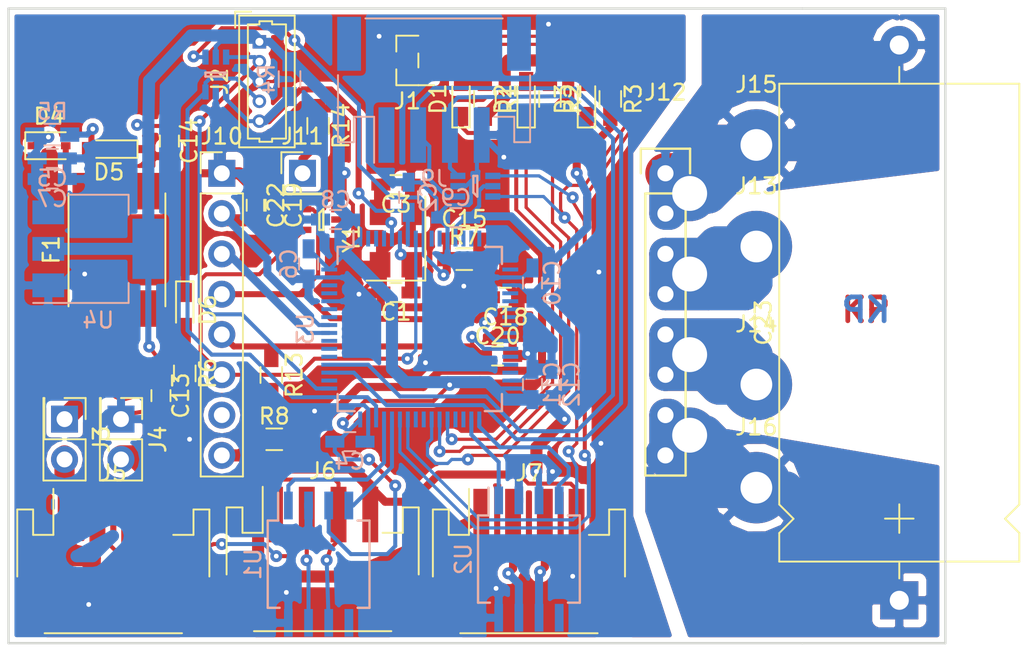
<source format=kicad_pcb>
(kicad_pcb (version 4) (host pcbnew 4.0.2+dfsg1-stable)
  (layers (0 F.Cu signal) (31 B.Cu signal) (34 B.Paste user) (35 F.Paste user) (36 B.SilkS user) (37 F.SilkS user) (38 B.Mask user) (39 F.Mask user) (44 Edge.Cuts user))
  (net 0 "")
  (net 1 "Net-(C1-Pad1)")
  (net 2 GND)
  (net 3 NRST)
  (net 4 "Net-(C3-Pad2)")
  (net 5 VCC)
  (net 6 "Net-(C5-Pad1)")
  (net 7 ADC2_IN11)
  (net 8 SLEEP)
  (net 9 DRV_DIR)
  (net 10 FAULT)
  (net 11 +5V)
  (net 12 +BATT)
  (net 13 GNDPWR)
  (net 14 LED1)
  (net 15 "Net-(D1-Pad2)")
  (net 16 LED2)
  (net 17 "Net-(D2-Pad2)")
  (net 18 LED3)
  (net 19 "Net-(D3-Pad2)")
  (net 20 "Net-(D5-Pad2)")
  (net 21 "Net-(D6-Pad2)")
  (net 22 "Net-(F1-Pad1)")
  (net 23 SWDIO)
  (net 24 SWCLK)
  (net 25 ADC1_IN10)
  (net 26 UART4_TX)
  (net 27 UART4_RX)
  (net 28 USART1_RX)
  (net 29 USART1_TX)
  (net 30 "Net-(J3-Pad2)")
  (net 31 "Net-(J4-Pad2)")
  (net 32 CAN1H)
  (net 33 CAN1L)
  (net 34 CAN2H)
  (net 35 CAN2L)
  (net 36 DRV_PWM)
  (net 37 VM)
  (net 38 "Net-(J11-Pad1)")
  (net 39 "Net-(J12-Pad3)")
  (net 40 "Net-(J12-Pad2)")
  (net 41 CAN1TX)
  (net 42 CAN1RX)
  (net 43 CAN2TX)
  (net 44 CAN2RX)
  (module Connectors_JST:JST_PH_S4B-PH-SM4-TB_04x2.00mm_Angled (layer F.Cu) (at 36.6 64.9)
    (fp_text reference J5 (at 0 -5.625) (layer F.SilkS))
    (fp_text value CAN1_CONN1)
    (pad 1 smd rect (at -3 -2.875) (size 1 3.5) (layers F.Cu F.Paste F.Mask) (net 30 "Net-(J3-Pad2)"))
    (pad 2 smd rect (at -1 -2.875) (size 1 3.5) (layers F.Cu F.Paste F.Mask) (net 32 CAN1H))
    (pad 3 smd rect (at 1 -2.875) (size 1 3.5) (layers F.Cu F.Paste F.Mask) (net 33 CAN1L))
    (pad 4 smd rect (at 3 -2.875) (size 1 3.5) (layers F.Cu F.Paste F.Mask) (net 31 "Net-(J4-Pad2)"))
    (pad "" smd rect (at -5.35 2.875) (size 1.5 3.4) (layers F.Cu F.Paste F.Mask))
    (pad "" smd rect (at 5.35 2.875) (size 1.5 3.4) (layers F.Cu F.Paste F.Mask))
  )
  (module Capacitors_SMD:C_0603_HandSoldering (layer F.Cu) (at 54.4 47.9 180)
    (fp_text reference C1 (at 0 -1.25 180) (layer F.SilkS))
    (fp_text value 18p)
    (pad 1 smd rect (at -0.95 0 180) (size 1.2 0.75) (layers F.Cu F.Paste F.Mask) (net 1 "Net-(C1-Pad1)"))
    (pad 2 smd rect (at 0.95 0 180) (size 1.2 0.75) (layers F.Cu F.Paste F.Mask) (net 2 GND))
  )
  (module Capacitors_SMD:C_0603_HandSoldering (layer B.Cu) (at 55.2 41.9 90)
    (fp_text reference C2 (at 0 1.25 90) (layer B.SilkS) (effects (justify mirror)))
    (fp_text value 100n)
    (pad 1 smd rect (at -0.95 0 90) (size 1.2 0.75) (layers B.Cu B.Paste B.Mask) (net 3 NRST))
    (pad 2 smd rect (at 0.95 0 90) (size 1.2 0.75) (layers B.Cu B.Paste B.Mask) (net 2 GND))
  )
  (module Capacitors_SMD:C_0603_HandSoldering (layer F.Cu) (at 54.4 41.1 180)
    (fp_text reference C3 (at 0 -1.25 180) (layer F.SilkS))
    (fp_text value 18p)
    (pad 1 smd rect (at -0.95 0 180) (size 1.2 0.75) (layers F.Cu F.Paste F.Mask) (net 2 GND))
    (pad 2 smd rect (at 0.95 0 180) (size 1.2 0.75) (layers F.Cu F.Paste F.Mask) (net 4 "Net-(C3-Pad2)"))
  )
  (module Capacitors_SMD:C_0603_HandSoldering (layer B.Cu) (at 51.5 57.3)
    (fp_text reference C4 (at 0 1.25) (layer B.SilkS) (effects (justify mirror)))
    (fp_text value 100n)
    (pad 1 smd rect (at -0.95 0) (size 1.2 0.75) (layers B.Cu B.Paste B.Mask) (net 5 VCC))
    (pad 2 smd rect (at 0.95 0) (size 1.2 0.75) (layers B.Cu B.Paste B.Mask) (net 2 GND))
  )
  (module Capacitors_SMD:C_0603_HandSoldering (layer B.Cu) (at 32.754 39.448)
    (fp_text reference C5 (at 0 1.25) (layer B.SilkS) (effects (justify mirror)))
    (fp_text value 4u7)
    (pad 1 smd rect (at -0.95 0) (size 1.2 0.75) (layers B.Cu B.Paste B.Mask) (net 6 "Net-(C5-Pad1)"))
    (pad 2 smd rect (at 0.95 0) (size 1.2 0.75) (layers B.Cu B.Paste B.Mask) (net 2 GND))
  )
  (module Capacitors_SMD:C_0603_HandSoldering (layer B.Cu) (at 48.9 46.1 270)
    (fp_text reference C6 (at 0 1.25 270) (layer B.SilkS) (effects (justify mirror)))
    (fp_text value 100n)
    (pad 1 smd rect (at -0.95 0 270) (size 1.2 0.75) (layers B.Cu B.Paste B.Mask) (net 5 VCC))
    (pad 2 smd rect (at 0.95 0 270) (size 1.2 0.75) (layers B.Cu B.Paste B.Mask) (net 2 GND))
  )
  (module Capacitors_SMD:C_0603_HandSoldering (layer B.Cu) (at 32.754 40.748)
    (fp_text reference C7 (at 0 1.25) (layer B.SilkS) (effects (justify mirror)))
    (fp_text value 100n)
    (pad 1 smd rect (at -0.95 0) (size 1.2 0.75) (layers B.Cu B.Paste B.Mask) (net 6 "Net-(C5-Pad1)"))
    (pad 2 smd rect (at 0.95 0) (size 1.2 0.75) (layers B.Cu B.Paste B.Mask) (net 2 GND))
  )
  (module Capacitors_SMD:C_0603_HandSoldering (layer B.Cu) (at 50.6 43.3 180)
    (fp_text reference C8 (at 0 1.25 180) (layer B.SilkS) (effects (justify mirror)))
    (fp_text value 100n)
    (pad 1 smd rect (at -0.95 0 180) (size 1.2 0.75) (layers B.Cu B.Paste B.Mask) (net 5 VCC))
    (pad 2 smd rect (at 0.95 0 180) (size 1.2 0.75) (layers B.Cu B.Paste B.Mask) (net 2 GND))
  )
  (module Capacitors_SMD:C_0603_HandSoldering (layer B.Cu) (at 58.166 43.18 180)
    (fp_text reference C9 (at 0 1.25 180) (layer B.SilkS) (effects (justify mirror)))
    (fp_text value 100n)
    (pad 1 smd rect (at -0.95 0 180) (size 1.2 0.75) (layers B.Cu B.Paste B.Mask) (net 5 VCC))
    (pad 2 smd rect (at 0.95 0 180) (size 1.2 0.75) (layers B.Cu B.Paste B.Mask) (net 2 GND))
  )
  (module Capacitors_SMD:C_0603_HandSoldering (layer B.Cu) (at 63 47.3 90)
    (fp_text reference C10 (at 0 1.25 90) (layer B.SilkS) (effects (justify mirror)))
    (fp_text value 100n)
    (pad 1 smd rect (at -0.95 0 90) (size 1.2 0.75) (layers B.Cu B.Paste B.Mask) (net 5 VCC))
    (pad 2 smd rect (at 0.95 0 90) (size 1.2 0.75) (layers B.Cu B.Paste B.Mask) (net 2 GND))
  )
  (module Capacitors_SMD:C_0603_HandSoldering (layer B.Cu) (at 63 53.7 90)
    (fp_text reference C11 (at 0 1.25 90) (layer B.SilkS) (effects (justify mirror)))
    (fp_text value 100n)
    (pad 1 smd rect (at -0.95 0 90) (size 1.2 0.75) (layers B.Cu B.Paste B.Mask) (net 5 VCC))
    (pad 2 smd rect (at 0.95 0 90) (size 1.2 0.75) (layers B.Cu B.Paste B.Mask) (net 2 GND))
  )
  (module Capacitors_SMD:C_0603_HandSoldering (layer B.Cu) (at 64.2 53.7 90)
    (fp_text reference C12 (at 0 1.25 90) (layer B.SilkS) (effects (justify mirror)))
    (fp_text value 4u7)
    (pad 1 smd rect (at -0.95 0 90) (size 1.2 0.75) (layers B.Cu B.Paste B.Mask) (net 5 VCC))
    (pad 2 smd rect (at 0.95 0 90) (size 1.2 0.75) (layers B.Cu B.Paste B.Mask) (net 2 GND))
  )
  (module Capacitors_SMD:C_0603_HandSoldering (layer F.Cu) (at 39.6 54.4 270)
    (fp_text reference C13 (at 0 -1.25 270) (layer F.SilkS))
    (fp_text value 4u7)
    (pad 1 smd rect (at -0.95 0 270) (size 1.2 0.75) (layers F.Cu F.Paste F.Mask) (net 5 VCC))
    (pad 2 smd rect (at 0.95 0 270) (size 1.2 0.75) (layers F.Cu F.Paste F.Mask) (net 2 GND))
  )
  (module Capacitors_SMD:C_0603_HandSoldering (layer F.Cu) (at 40.132 38.354 270)
    (fp_text reference C14 (at 0 -1.25 270) (layer F.SilkS))
    (fp_text value 100n)
    (pad 1 smd rect (at -0.95 0 270) (size 1.2 0.75) (layers F.Cu F.Paste F.Mask) (net 5 VCC))
    (pad 2 smd rect (at 0.95 0 270) (size 1.2 0.75) (layers F.Cu F.Paste F.Mask) (net 2 GND))
  )
  (module Capacitors_SMD:C_0603_HandSoldering (layer F.Cu) (at 58.7 44.5)
    (fp_text reference C15 (at 0 -1.25) (layer F.SilkS))
    (fp_text value 100n)
    (pad 1 smd rect (at -0.95 0) (size 1.2 0.75) (layers F.Cu F.Paste F.Mask) (net 7 ADC2_IN11))
    (pad 2 smd rect (at 0.95 0) (size 1.2 0.75) (layers F.Cu F.Paste F.Mask) (net 2 GND))
  )
  (module Capacitors_SMD:C_0603_HandSoldering (layer F.Cu) (at 61.3 48.2 180)
    (fp_text reference C18 (at 0 -1.25 180) (layer F.SilkS))
    (fp_text value 100n)
    (pad 1 smd rect (at -0.95 0 180) (size 1.2 0.75) (layers F.Cu F.Paste F.Mask) (net 2 GND))
    (pad 2 smd rect (at 0.95 0 180) (size 1.2 0.75) (layers F.Cu F.Paste F.Mask) (net 8 SLEEP))
  )
  (module Capacitors_SMD:C_0603_HandSoldering (layer F.Cu) (at 46.7 42.4 270)
    (fp_text reference C19 (at 0 -1.25 270) (layer F.SilkS))
    (fp_text value 4u7)
    (pad 1 smd rect (at -0.95 0 270) (size 1.2 0.75) (layers F.Cu F.Paste F.Mask) (net 2 GND))
    (pad 2 smd rect (at 0.95 0 270) (size 1.2 0.75) (layers F.Cu F.Paste F.Mask) (net 9 DRV_DIR))
  )
  (module Capacitors_SMD:C_0603_HandSoldering (layer F.Cu) (at 60.8 51.9)
    (fp_text reference C20 (at 0 -1.25) (layer F.SilkS))
    (fp_text value 100n)
    (pad 1 smd rect (at -0.95 0) (size 1.2 0.75) (layers F.Cu F.Paste F.Mask) (net 10 FAULT))
    (pad 2 smd rect (at 0.95 0) (size 1.2 0.75) (layers F.Cu F.Paste F.Mask) (net 2 GND))
  )
  (module Capacitors_SMD:C_0603_HandSoldering (layer F.Cu) (at 45.6 42.4 270)
    (fp_text reference C22 (at 0 -1.25 270) (layer F.SilkS))
    (fp_text value 100n)
    (pad 1 smd rect (at -0.95 0 270) (size 1.2 0.75) (layers F.Cu F.Paste F.Mask) (net 2 GND))
    (pad 2 smd rect (at 0.95 0 270) (size 1.2 0.75) (layers F.Cu F.Paste F.Mask) (net 9 DRV_DIR))
  )
  (module Capacitors_ThroughHole:CP_Axial_L30.0mm_D15.0mm_P35.00mm_Horizontal (layer F.Cu) (at 86.1 67.3 90)
    (fp_text reference C23 (at 17.5 -8.56 90) (layer F.SilkS))
    (fp_text value CP)
    (pad 1 thru_hole rect (at 0 0 90) (size 2.4 2.4) (drill 1.2) (layers *.Cu *.Mask) (net 12 +BATT))
    (pad 2 thru_hole oval (at 35 0 90) (size 2.4 2.4) (drill 1.2) (layers *.Cu *.Mask) (net 13 GNDPWR))
  )
  (module LEDs:LED_0603_HandSoldering (layer F.Cu) (at 58.5 35.7 90)
    (fp_text reference D1 (at 0 -1.45 90) (layer F.SilkS))
    (fp_text value LED)
    (pad 1 smd rect (at -1.1 0 90) (size 1.2 0.9) (layers F.Cu F.Paste F.Mask) (net 14 LED1))
    (pad 2 smd rect (at 1.1 0 90) (size 1.2 0.9) (layers F.Cu F.Paste F.Mask) (net 15 "Net-(D1-Pad2)"))
  )
  (module LEDs:LED_0603_HandSoldering (layer F.Cu) (at 62.6 35.7 90)
    (fp_text reference D2 (at 0 -1.45 90) (layer F.SilkS))
    (fp_text value LED)
    (pad 1 smd rect (at -1.1 0 90) (size 1.2 0.9) (layers F.Cu F.Paste F.Mask) (net 16 LED2))
    (pad 2 smd rect (at 1.1 0 90) (size 1.2 0.9) (layers F.Cu F.Paste F.Mask) (net 17 "Net-(D2-Pad2)"))
  )
  (module LEDs:LED_0603_HandSoldering (layer F.Cu) (at 66.4 35.7 90)
    (fp_text reference D3 (at 0 -1.45 90) (layer F.SilkS))
    (fp_text value LED)
    (pad 1 smd rect (at -1.1 0 90) (size 1.2 0.9) (layers F.Cu F.Paste F.Mask) (net 18 LED3))
    (pad 2 smd rect (at 1.1 0 90) (size 1.2 0.9) (layers F.Cu F.Paste F.Mask) (net 19 "Net-(D3-Pad2)"))
  )
  (module Diodes_SMD:D_SOD-323 (layer F.Cu) (at 32.554 38.648)
    (fp_text reference D4 (at 0 -1.85) (layer F.SilkS))
    (fp_text value D_Schottky)
    (pad 1 smd rect (at -1.05 0) (size 0.6 0.45) (layers F.Cu F.Paste F.Mask) (net 6 "Net-(C5-Pad1)"))
    (pad 2 smd rect (at 1.05 0) (size 0.6 0.45) (layers F.Cu F.Paste F.Mask) (net 11 +5V))
  )
  (module LEDs:LED_0603_HandSoldering (layer F.Cu) (at 36.322 38.862 180)
    (fp_text reference D5 (at 0 -1.45 180) (layer F.SilkS))
    (fp_text value LED)
    (pad 1 smd rect (at -1.1 0 180) (size 1.2 0.9) (layers F.Cu F.Paste F.Mask) (net 2 GND))
    (pad 2 smd rect (at 1.1 0 180) (size 1.2 0.9) (layers F.Cu F.Paste F.Mask) (net 20 "Net-(D5-Pad2)"))
  )
  (module LEDs:LED_0603_HandSoldering (layer F.Cu) (at 41.1 49 270)
    (fp_text reference D6 (at 0 -1.45 270) (layer F.SilkS))
    (fp_text value LED)
    (pad 1 smd rect (at -1.1 0 270) (size 1.2 0.9) (layers F.Cu F.Paste F.Mask) (net 2 GND))
    (pad 2 smd rect (at 1.1 0 270) (size 1.2 0.9) (layers F.Cu F.Paste F.Mask) (net 21 "Net-(D6-Pad2)"))
  )
  (module Fuse_Holders_and_Fuses:Fuse_SMD2920 (layer F.Cu) (at 36.83 45.212 90)
    (fp_text reference F1 (at 0 -4.13 90) (layer F.SilkS))
    (fp_text value Polyfuse)
    (pad 1 smd rect (at -3.7 0 180) (size 5.6 2.3) (layers F.Cu F.Paste F.Mask) (net 22 "Net-(F1-Pad1)"))
    (pad 2 smd rect (at 3.7 0 180) (size 5.6 2.3) (layers F.Cu F.Paste F.Mask) (net 11 +5V))
  )
  (module agg:SC-70-6 (layer B.Cu) (at 43.053 34.163 90)
    (fp_text reference IC1)
    (fp_text value RCLAMP0504F)
    (pad 1 smd rect (at -1.1 0.65 90) (size 0.95 0.4) (layers B.Cu B.Paste B.Mask) (net 3 NRST))
    (pad 2 smd rect (at -1.1 0 90) (size 0.95 0.4) (layers B.Cu B.Paste B.Mask) (net 2 GND))
    (pad 3 smd rect (at -1.1 -0.65 90) (size 0.95 0.4) (layers B.Cu B.Paste B.Mask) (net 23 SWDIO))
    (pad 4 smd rect (at 1.1 -0.65 90) (size 0.95 0.4) (layers B.Cu B.Paste B.Mask) (net 7 ADC2_IN11))
    (pad 5 smd rect (at 1.1 0 90) (size 0.95 0.4) (layers B.Cu B.Paste B.Mask) (net 5 VCC))
    (pad 6 smd rect (at 1.1 0.65 90) (size 0.95 0.4) (layers B.Cu B.Paste B.Mask) (net 24 SWCLK))
  )
  (module agg:SC-70-6 (layer F.Cu) (at 49.7 43.3)
    (fp_text reference IC3)
    (fp_text value RCLAMP0504F)
    (pad 1 smd rect (at -1.1 -0.65) (size 0.95 0.4) (layers F.Cu F.Paste F.Mask) (net 8 SLEEP))
    (pad 2 smd rect (at -1.1 0) (size 0.95 0.4) (layers F.Cu F.Paste F.Mask) (net 2 GND))
    (pad 3 smd rect (at -1.1 0.65) (size 0.95 0.4) (layers F.Cu F.Paste F.Mask) (net 25 ADC1_IN10))
    (pad 4 smd rect (at 1.1 0.65) (size 0.95 0.4) (layers F.Cu F.Paste F.Mask))
    (pad 5 smd rect (at 1.1 0) (size 0.95 0.4) (layers F.Cu F.Paste F.Mask) (net 5 VCC))
    (pad 6 smd rect (at 1.1 -0.65) (size 0.95 0.4) (layers F.Cu F.Paste F.Mask))
  )
  (module agg:SC-70-6 (layer B.Cu) (at 59.4 41.2)
    (fp_text reference IC4)
    (fp_text value RCLAMP0504F)
    (pad 1 smd rect (at -1.1 0.65) (size 0.95 0.4) (layers B.Cu B.Paste B.Mask) (net 26 UART4_TX))
    (pad 2 smd rect (at -1.1 0) (size 0.95 0.4) (layers B.Cu B.Paste B.Mask) (net 2 GND))
    (pad 3 smd rect (at -1.1 -0.65) (size 0.95 0.4) (layers B.Cu B.Paste B.Mask) (net 27 UART4_RX))
    (pad 4 smd rect (at 1.1 -0.65) (size 0.95 0.4) (layers B.Cu B.Paste B.Mask) (net 28 USART1_RX))
    (pad 5 smd rect (at 1.1 0) (size 0.95 0.4) (layers B.Cu B.Paste B.Mask) (net 5 VCC))
    (pad 6 smd rect (at 1.1 0.65) (size 0.95 0.4) (layers B.Cu B.Paste B.Mask) (net 29 USART1_TX))
  )
  (module Pin_Headers:Pin_Header_Straight_1x03_Pitch1.00mm_SMD_Pin1Left (layer F.Cu) (at 55.118 33.274 180)
    (fp_text reference J1 (at 0 -2.56 180) (layer F.SilkS))
    (fp_text value DEBUG_SERIAL_CONN)
    (pad 1 smd rect (at -0.875 -1 180) (size 1.75 0.6) (layers F.Cu F.Paste F.Mask) (net 29 USART1_TX))
    (pad 3 smd rect (at -0.875 1 180) (size 1.75 0.6) (layers F.Cu F.Paste F.Mask) (net 2 GND))
    (pad 2 smd rect (at 0.875 0 180) (size 1.75 0.6) (layers F.Cu F.Paste F.Mask) (net 28 USART1_RX))
  )
  (module Connectors_Molex:Molex_PicoBlade_53047-0510_05x1.25mm_Straight (layer F.Cu) (at 45.8 32.1 270)
    (fp_text reference J2 (at 2.5 2.5 270) (layer F.SilkS))
    (fp_text value PROG_CONN)
    (pad 1 thru_hole rect (at 0 0 270) (size 0.85 0.85) (drill 0.5) (layers *.Cu *.Mask) (net 5 VCC))
    (pad 2 thru_hole circle (at 1.25 0 270) (size 0.85 0.85) (drill 0.5) (layers *.Cu *.Mask) (net 24 SWCLK))
    (pad 3 thru_hole circle (at 2.5 0 270) (size 0.85 0.85) (drill 0.5) (layers *.Cu *.Mask) (net 2 GND))
    (pad 4 thru_hole circle (at 3.75 0 270) (size 0.85 0.85) (drill 0.5) (layers *.Cu *.Mask) (net 23 SWDIO))
    (pad 5 thru_hole circle (at 5 0 270) (size 0.85 0.85) (drill 0.5) (layers *.Cu *.Mask) (net 3 NRST))
  )
  (module Pin_Headers:Pin_Header_Straight_2x01_Pitch2.54mm (layer F.Cu) (at 33.528 55.88 270)
    (fp_text reference J3 (at 1.27 -2.33 270) (layer F.SilkS))
    (fp_text value CAN1_POWER)
    (pad 1 thru_hole rect (at 0 0 270) (size 1.7 1.7) (drill 1) (layers *.Cu *.Mask) (net 22 "Net-(F1-Pad1)"))
    (pad 2 thru_hole oval (at 2.54 0 270) (size 1.7 1.7) (drill 1) (layers *.Cu *.Mask) (net 30 "Net-(J3-Pad2)"))
  )
  (module Pin_Headers:Pin_Header_Straight_2x01_Pitch2.54mm (layer F.Cu) (at 37.084 55.88 270)
    (fp_text reference J4 (at 1.27 -2.33 270) (layer F.SilkS))
    (fp_text value CAN1_GND)
    (pad 1 thru_hole rect (at 0 0 270) (size 1.7 1.7) (drill 1) (layers *.Cu *.Mask) (net 2 GND))
    (pad 2 thru_hole oval (at 2.54 0 270) (size 1.7 1.7) (drill 1) (layers *.Cu *.Mask) (net 31 "Net-(J4-Pad2)"))
  )
  (module Connectors_JST:JST_PH_S4B-PH-SM4-TB_04x2.00mm_Angled (layer F.Cu) (at 49.784 64.77)
    (fp_text reference J6 (at 0 -5.625) (layer F.SilkS))
    (fp_text value CAN1_CONN2)
    (pad 1 smd rect (at -3 -2.875) (size 1 3.5) (layers F.Cu F.Paste F.Mask) (net 30 "Net-(J3-Pad2)"))
    (pad 2 smd rect (at -1 -2.875) (size 1 3.5) (layers F.Cu F.Paste F.Mask) (net 32 CAN1H))
    (pad 3 smd rect (at 1 -2.875) (size 1 3.5) (layers F.Cu F.Paste F.Mask) (net 33 CAN1L))
    (pad 4 smd rect (at 3 -2.875) (size 1 3.5) (layers F.Cu F.Paste F.Mask) (net 31 "Net-(J4-Pad2)"))
    (pad "" smd rect (at -5.35 2.875) (size 1.5 3.4) (layers F.Cu F.Paste F.Mask))
    (pad "" smd rect (at 5.35 2.875) (size 1.5 3.4) (layers F.Cu F.Paste F.Mask))
  )
  (module Connectors_JST:JST_PH_S4B-PH-SM4-TB_04x2.00mm_Angled (layer F.Cu) (at 62.776 64.9)
    (fp_text reference J7 (at 0 -5.625) (layer F.SilkS))
    (fp_text value CAN2_CONN)
    (pad 1 smd rect (at -3 -2.875) (size 1 3.5) (layers F.Cu F.Paste F.Mask) (net 30 "Net-(J3-Pad2)"))
    (pad 2 smd rect (at -1 -2.875) (size 1 3.5) (layers F.Cu F.Paste F.Mask) (net 34 CAN2H))
    (pad 3 smd rect (at 1 -2.875) (size 1 3.5) (layers F.Cu F.Paste F.Mask) (net 35 CAN2L))
    (pad 4 smd rect (at 3 -2.875) (size 1 3.5) (layers F.Cu F.Paste F.Mask) (net 31 "Net-(J4-Pad2)"))
    (pad "" smd rect (at -5.35 2.875) (size 1.5 3.4) (layers F.Cu F.Paste F.Mask))
    (pad "" smd rect (at 5.35 2.875) (size 1.5 3.4) (layers F.Cu F.Paste F.Mask))
  )
  (module Connectors_JST:JST_PH_S4B-PH-SM4-TB_04x2.00mm_Angled (layer B.Cu) (at 56.8 35.1)
    (fp_text reference J9 (at 0 5.625) (layer B.SilkS) (effects (justify mirror)))
    (fp_text value VESC_CONN)
    (pad 1 smd rect (at -3 2.875) (size 1 3.5) (layers B.Cu B.Paste B.Mask))
    (pad 2 smd rect (at -1 2.875) (size 1 3.5) (layers B.Cu B.Paste B.Mask) (net 26 UART4_TX))
    (pad 3 smd rect (at 1 2.875) (size 1 3.5) (layers B.Cu B.Paste B.Mask) (net 27 UART4_RX))
    (pad 4 smd rect (at 3 2.875) (size 1 3.5) (layers B.Cu B.Paste B.Mask) (net 2 GND))
    (pad "" smd rect (at -5.35 -2.875) (size 1.5 3.4) (layers B.Cu B.Paste B.Mask))
    (pad "" smd rect (at 5.35 -2.875) (size 1.5 3.4) (layers B.Cu B.Paste B.Mask))
  )
  (module Pin_Headers:Pin_Header_Straight_1x08_Pitch2.54mm (layer F.Cu) (at 43.434 40.386)
    (fp_text reference J10 (at 0 -2.33) (layer F.SilkS))
    (fp_text value POLOLU_CTRL_CONN)
    (pad 1 thru_hole rect (at 0 0) (size 1.7 1.7) (drill 1) (layers *.Cu *.Mask) (net 2 GND))
    (pad 2 thru_hole oval (at 0 2.54) (size 1.7 1.7) (drill 1) (layers *.Cu *.Mask) (net 9 DRV_DIR))
    (pad 3 thru_hole oval (at 0 5.08) (size 1.7 1.7) (drill 1) (layers *.Cu *.Mask) (net 36 DRV_PWM))
    (pad 4 thru_hole oval (at 0 7.62) (size 1.7 1.7) (drill 1) (layers *.Cu *.Mask) (net 8 SLEEP))
    (pad 5 thru_hole oval (at 0 10.16) (size 1.7 1.7) (drill 1) (layers *.Cu *.Mask) (net 10 FAULT))
    (pad 6 thru_hole oval (at 0 12.7) (size 1.7 1.7) (drill 1) (layers *.Cu *.Mask) (net 25 ADC1_IN10))
    (pad 7 thru_hole oval (at 0 15.24) (size 1.7 1.7) (drill 1) (layers *.Cu *.Mask))
    (pad 8 thru_hole oval (at 0 17.78) (size 1.7 1.7) (drill 1) (layers *.Cu *.Mask) (net 37 VM))
  )
  (module Pin_Headers:Pin_Header_Straight_1x01_Pitch2.54mm (layer F.Cu) (at 48.514 40.386)
    (fp_text reference J11 (at 0 -2.33) (layer F.SilkS))
    (fp_text value POLOLU_VREF_CONN)
    (pad 1 thru_hole rect (at 0 0) (size 1.7 1.7) (drill 1) (layers *.Cu *.Mask) (net 38 "Net-(J11-Pad1)"))
  )
  (module KP:Pin_Header_Pololu_OUT (layer F.Cu) (at 71.374 40.386)
    (fp_text reference J12 (at 0 -5.1) (layer F.SilkS))
    (fp_text value POLOLU_MOTOR_CONN)
    (pad 4 thru_hole circle (at 1.524 16.51) (size 3.5 3.5) (drill 2.2) (layers *.Cu *.Mask) (net 12 +BATT))
    (pad 3 thru_hole circle (at 1.524 11.43) (size 3.5 3.5) (drill 2.2) (layers *.Cu *.Mask) (net 39 "Net-(J12-Pad3)"))
    (pad 2 thru_hole circle (at 1.524 6.35) (size 3.5 3.5) (drill 2.2) (layers *.Cu *.Mask) (net 40 "Net-(J12-Pad2)"))
    (pad 4 thru_hole circle (at 0 17.78) (size 1.7 1.7) (drill 1.016) (layers *.Cu *.Mask) (net 12 +BATT))
    (pad 4 thru_hole circle (at 0 15.24) (size 1.7 1.7) (drill 1.016) (layers *.Cu *.Mask) (net 12 +BATT))
    (pad 3 thru_hole circle (at 0 12.7) (size 1.7 1.7) (drill 1.016) (layers *.Cu *.Mask) (net 39 "Net-(J12-Pad3)"))
    (pad 3 thru_hole circle (at 0 10.16) (size 1.7 1.7) (drill 1.016) (layers *.Cu *.Mask) (net 39 "Net-(J12-Pad3)"))
    (pad 2 thru_hole circle (at 0 7.62) (size 1.7 1.7) (drill 1.016) (layers *.Cu *.Mask) (net 40 "Net-(J12-Pad2)"))
    (pad 1 thru_hole rect (at 0 0) (size 1.7 1.7) (drill 1.016) (layers *.Cu *.Mask) (net 13 GNDPWR))
    (pad 1 thru_hole circle (at 0 2.54) (size 1.7 1.7) (drill 1.016) (layers *.Cu *.Mask) (net 13 GNDPWR))
    (pad 2 thru_hole circle (at 0 5.08) (size 1.7 1.7) (drill 1.016) (layers *.Cu *.Mask) (net 40 "Net-(J12-Pad2)"))
    (pad 1 thru_hole circle (at 1.524 1.27) (size 3.5 3.5) (drill 2.2) (layers *.Cu *.Mask) (net 13 GNDPWR))
  )
  (module Wire_Pads:SolderWirePad_single_2mmDrill (layer F.Cu) (at 77.1 45)
    (fp_text reference J13 (at 0 -3.81) (layer F.SilkS))
    (fp_text value MOTOR_A_CONN)
    (pad 1 thru_hole circle (at 0 0) (size 4.50088 4.50088) (drill 1.99898) (layers *.Cu *.Mask) (net 40 "Net-(J12-Pad2)"))
  )
  (module Wire_Pads:SolderWirePad_single_2mmDrill (layer F.Cu) (at 77.1 53.7)
    (fp_text reference J14 (at 0 -3.81) (layer F.SilkS))
    (fp_text value MOTOR_B_CONN)
    (pad 1 thru_hole circle (at 0 0) (size 4.50088 4.50088) (drill 1.99898) (layers *.Cu *.Mask) (net 39 "Net-(J12-Pad3)"))
  )
  (module Wire_Pads:SolderWirePad_single_2mmDrill (layer F.Cu) (at 77.1 38.6)
    (fp_text reference J15 (at 0 -3.81) (layer F.SilkS))
    (fp_text value GNDPWR_CONN)
    (pad 1 thru_hole circle (at 0 0) (size 4.50088 4.50088) (drill 1.99898) (layers *.Cu *.Mask) (net 13 GNDPWR))
  )
  (module Wire_Pads:SolderWirePad_single_2mmDrill (layer F.Cu) (at 77.1 60.2)
    (fp_text reference J16 (at 0 -3.81) (layer F.SilkS))
    (fp_text value BATT_CONN)
    (pad 1 thru_hole circle (at 0 0) (size 4.50088 4.50088) (drill 1.99898) (layers *.Cu *.Mask) (net 12 +BATT))
  )
  (module Resistors_SMD:R_0603_HandSoldering (layer F.Cu) (at 60 35.7 270)
    (fp_text reference R1 (at 0 -1.45 270) (layer F.SilkS))
    (fp_text value 100R)
    (pad 1 smd rect (at -1.1 0 270) (size 1.2 0.9) (layers F.Cu F.Paste F.Mask) (net 15 "Net-(D1-Pad2)"))
    (pad 2 smd rect (at 1.1 0 270) (size 1.2 0.9) (layers F.Cu F.Paste F.Mask) (net 5 VCC))
  )
  (module Resistors_SMD:R_0603_HandSoldering (layer F.Cu) (at 64.1 35.7 270)
    (fp_text reference R2 (at 0 -1.45 270) (layer F.SilkS))
    (fp_text value 100R)
    (pad 1 smd rect (at -1.1 0 270) (size 1.2 0.9) (layers F.Cu F.Paste F.Mask) (net 17 "Net-(D2-Pad2)"))
    (pad 2 smd rect (at 1.1 0 270) (size 1.2 0.9) (layers F.Cu F.Paste F.Mask) (net 5 VCC))
  )
  (module Resistors_SMD:R_0603_HandSoldering (layer F.Cu) (at 67.9 35.7 270)
    (fp_text reference R3 (at 0 -1.45 270) (layer F.SilkS))
    (fp_text value 100R)
    (pad 1 smd rect (at -1.1 0 270) (size 1.2 0.9) (layers F.Cu F.Paste F.Mask) (net 19 "Net-(D3-Pad2)"))
    (pad 2 smd rect (at 1.1 0 270) (size 1.2 0.9) (layers F.Cu F.Paste F.Mask) (net 5 VCC))
  )
  (module Resistors_SMD:R_0603_HandSoldering (layer B.Cu) (at 47.7 34.45 270)
    (fp_text reference R4 (at 0 1.45 270) (layer B.SilkS) (effects (justify mirror)))
    (fp_text value 2k2)
    (pad 1 smd rect (at -1.1 0 270) (size 1.2 0.9) (layers B.Cu B.Paste B.Mask) (net 5 VCC))
    (pad 2 smd rect (at 1.1 0 270) (size 1.2 0.9) (layers B.Cu B.Paste B.Mask) (net 3 NRST))
  )
  (module Resistors_SMD:R_0603_HandSoldering (layer B.Cu) (at 32.754 37.948 180)
    (fp_text reference R5 (at 0 1.45 180) (layer B.SilkS) (effects (justify mirror)))
    (fp_text value 220R)
    (pad 1 smd rect (at -1.1 0 180) (size 1.2 0.9) (layers B.Cu B.Paste B.Mask) (net 20 "Net-(D5-Pad2)"))
    (pad 2 smd rect (at 1.1 0 180) (size 1.2 0.9) (layers B.Cu B.Paste B.Mask) (net 6 "Net-(C5-Pad1)"))
  )
  (module Resistors_SMD:R_0603_HandSoldering (layer F.Cu) (at 41.1 53 270)
    (fp_text reference R6 (at 0 -1.45 270) (layer F.SilkS))
    (fp_text value 100R)
    (pad 1 smd rect (at -1.1 0 270) (size 1.2 0.9) (layers F.Cu F.Paste F.Mask) (net 21 "Net-(D6-Pad2)"))
    (pad 2 smd rect (at 1.1 0 270) (size 1.2 0.9) (layers F.Cu F.Paste F.Mask) (net 5 VCC))
  )
  (module Resistors_SMD:R_0603_HandSoldering (layer F.Cu) (at 58.7 45.8)
    (fp_text reference R7 (at 0 -1.45) (layer F.SilkS))
    (fp_text value 2k2)
    (pad 1 smd rect (at -1.1 0) (size 1.2 0.9) (layers F.Cu F.Paste F.Mask) (net 7 ADC2_IN11))
    (pad 2 smd rect (at 1.1 0) (size 1.2 0.9) (layers F.Cu F.Paste F.Mask) (net 2 GND))
  )
  (module Resistors_SMD:R_0603_HandSoldering (layer F.Cu) (at 46.736 57.15)
    (fp_text reference R8 (at 0 -1.45) (layer F.SilkS))
    (fp_text value 39k)
    (pad 1 smd rect (at -1.1 0) (size 1.2 0.9) (layers F.Cu F.Paste F.Mask) (net 37 VM))
    (pad 2 smd rect (at 1.1 0) (size 1.2 0.9) (layers F.Cu F.Paste F.Mask) (net 7 ADC2_IN11))
  )
  (module Resistors_SMD:R_0603_HandSoldering (layer F.Cu) (at 46.55 53.1 270)
    (fp_text reference R13 (at 0 -1.45 270) (layer F.SilkS))
    (fp_text value 2k2)
    (pad 1 smd rect (at -1.1 0 270) (size 1.2 0.9) (layers F.Cu F.Paste F.Mask) (net 10 FAULT))
    (pad 2 smd rect (at 1.1 0 270) (size 1.2 0.9) (layers F.Cu F.Paste F.Mask) (net 5 VCC))
  )
  (module Resistors_SMD:R_0603_HandSoldering (layer F.Cu) (at 49.5 37.4 270)
    (fp_text reference R14 (at 0 -1.45 270) (layer F.SilkS))
    (fp_text value 47k)
    (pad 1 smd rect (at -1.1 0 270) (size 1.2 0.9) (layers F.Cu F.Paste F.Mask) (net 2 GND))
    (pad 2 smd rect (at 1.1 0 270) (size 1.2 0.9) (layers F.Cu F.Paste F.Mask) (net 38 "Net-(J11-Pad1)"))
  )
  (module Housings_SOIC:SO-8_5.3x6.2mm_Pitch1.27mm (layer B.Cu) (at 49.53 65.024 270)
    (fp_text reference U1 (at 0 4.13 270) (layer B.SilkS) (effects (justify mirror)))
    (fp_text value SN65HVD231)
    (pad 1 smd rect (at -3.7 1.905 270) (size 1.75 0.55) (layers B.Cu B.Paste B.Mask) (net 41 CAN1TX))
    (pad 2 smd rect (at -3.7 0.635 270) (size 1.75 0.55) (layers B.Cu B.Paste B.Mask) (net 2 GND))
    (pad 3 smd rect (at -3.7 -0.635 270) (size 1.75 0.55) (layers B.Cu B.Paste B.Mask) (net 5 VCC))
    (pad 4 smd rect (at -3.7 -1.905 270) (size 1.75 0.55) (layers B.Cu B.Paste B.Mask) (net 42 CAN1RX))
    (pad 5 smd rect (at 3.7 -1.905 270) (size 1.75 0.55) (layers B.Cu B.Paste B.Mask))
    (pad 6 smd rect (at 3.7 -0.635 270) (size 1.75 0.55) (layers B.Cu B.Paste B.Mask) (net 33 CAN1L))
    (pad 7 smd rect (at 3.7 0.635 270) (size 1.75 0.55) (layers B.Cu B.Paste B.Mask) (net 32 CAN1H))
    (pad 8 smd rect (at 3.7 1.905 270) (size 1.75 0.55) (layers B.Cu B.Paste B.Mask) (net 2 GND))
  )
  (module Housings_SOIC:SO-8_5.3x6.2mm_Pitch1.27mm (layer B.Cu) (at 62.776 64.7 270)
    (fp_text reference U2 (at 0 4.13 270) (layer B.SilkS) (effects (justify mirror)))
    (fp_text value SN65HVD231)
    (pad 1 smd rect (at -3.7 1.905 270) (size 1.75 0.55) (layers B.Cu B.Paste B.Mask) (net 43 CAN2TX))
    (pad 2 smd rect (at -3.7 0.635 270) (size 1.75 0.55) (layers B.Cu B.Paste B.Mask) (net 2 GND))
    (pad 3 smd rect (at -3.7 -0.635 270) (size 1.75 0.55) (layers B.Cu B.Paste B.Mask) (net 5 VCC))
    (pad 4 smd rect (at -3.7 -1.905 270) (size 1.75 0.55) (layers B.Cu B.Paste B.Mask) (net 44 CAN2RX))
    (pad 5 smd rect (at 3.7 -1.905 270) (size 1.75 0.55) (layers B.Cu B.Paste B.Mask))
    (pad 6 smd rect (at 3.7 -0.635 270) (size 1.75 0.55) (layers B.Cu B.Paste B.Mask) (net 35 CAN2L))
    (pad 7 smd rect (at 3.7 0.635 270) (size 1.75 0.55) (layers B.Cu B.Paste B.Mask) (net 34 CAN2H))
    (pad 8 smd rect (at 3.7 1.905 270) (size 1.75 0.55) (layers B.Cu B.Paste B.Mask) (net 2 GND))
  )
  (module Housings_QFP:LQFP-64_10x10mm_Pitch0.5mm (layer B.Cu) (at 55.9 50.2 270)
    (fp_text reference U3 (at 0 7.2 270) (layer B.SilkS) (effects (justify mirror)))
    (fp_text value STM32F105RBTx)
    (pad 1 smd rect (at -5.7 3.75 270) (size 1 0.25) (layers B.Cu B.Paste B.Mask) (net 5 VCC))
    (pad 2 smd rect (at -5.7 3.25 270) (size 1 0.25) (layers B.Cu B.Paste B.Mask))
    (pad 3 smd rect (at -5.7 2.75 270) (size 1 0.25) (layers B.Cu B.Paste B.Mask))
    (pad 4 smd rect (at -5.7 2.25 270) (size 1 0.25) (layers B.Cu B.Paste B.Mask))
    (pad 5 smd rect (at -5.7 1.75 270) (size 1 0.25) (layers B.Cu B.Paste B.Mask) (net 4 "Net-(C3-Pad2)"))
    (pad 6 smd rect (at -5.7 1.25 270) (size 1 0.25) (layers B.Cu B.Paste B.Mask) (net 1 "Net-(C1-Pad1)"))
    (pad 7 smd rect (at -5.7 0.75 270) (size 1 0.25) (layers B.Cu B.Paste B.Mask) (net 3 NRST))
    (pad 8 smd rect (at -5.7 0.25 270) (size 1 0.25) (layers B.Cu B.Paste B.Mask) (net 25 ADC1_IN10))
    (pad 9 smd rect (at -5.7 -0.25 270) (size 1 0.25) (layers B.Cu B.Paste B.Mask) (net 7 ADC2_IN11))
    (pad 10 smd rect (at -5.7 -0.75 270) (size 1 0.25) (layers B.Cu B.Paste B.Mask))
    (pad 11 smd rect (at -5.7 -1.25 270) (size 1 0.25) (layers B.Cu B.Paste B.Mask))
    (pad 12 smd rect (at -5.7 -1.75 270) (size 1 0.25) (layers B.Cu B.Paste B.Mask) (net 2 GND))
    (pad 13 smd rect (at -5.7 -2.25 270) (size 1 0.25) (layers B.Cu B.Paste B.Mask) (net 5 VCC))
    (pad 14 smd rect (at -5.7 -2.75 270) (size 1 0.25) (layers B.Cu B.Paste B.Mask))
    (pad 15 smd rect (at -5.7 -3.25 270) (size 1 0.25) (layers B.Cu B.Paste B.Mask))
    (pad 16 smd rect (at -5.7 -3.75 270) (size 1 0.25) (layers B.Cu B.Paste B.Mask))
    (pad 17 smd rect (at -3.75 -5.7 180) (size 1 0.25) (layers B.Cu B.Paste B.Mask))
    (pad 18 smd rect (at -3.25 -5.7 180) (size 1 0.25) (layers B.Cu B.Paste B.Mask) (net 2 GND))
    (pad 19 smd rect (at -2.75 -5.7 180) (size 1 0.25) (layers B.Cu B.Paste B.Mask) (net 5 VCC))
    (pad 20 smd rect (at -2.25 -5.7 180) (size 1 0.25) (layers B.Cu B.Paste B.Mask))
    (pad 21 smd rect (at -1.75 -5.7 180) (size 1 0.25) (layers B.Cu B.Paste B.Mask))
    (pad 22 smd rect (at -1.25 -5.7 180) (size 1 0.25) (layers B.Cu B.Paste B.Mask))
    (pad 23 smd rect (at -0.75 -5.7 180) (size 1 0.25) (layers B.Cu B.Paste B.Mask))
    (pad 24 smd rect (at -0.25 -5.7 180) (size 1 0.25) (layers B.Cu B.Paste B.Mask))
    (pad 25 smd rect (at 0.25 -5.7 180) (size 1 0.25) (layers B.Cu B.Paste B.Mask))
    (pad 26 smd rect (at 0.75 -5.7 180) (size 1 0.25) (layers B.Cu B.Paste B.Mask) (net 8 SLEEP))
    (pad 27 smd rect (at 1.25 -5.7 180) (size 1 0.25) (layers B.Cu B.Paste B.Mask) (net 10 FAULT))
    (pad 28 smd rect (at 1.75 -5.7 180) (size 1 0.25) (layers B.Cu B.Paste B.Mask))
    (pad 29 smd rect (at 2.25 -5.7 180) (size 1 0.25) (layers B.Cu B.Paste B.Mask))
    (pad 30 smd rect (at 2.75 -5.7 180) (size 1 0.25) (layers B.Cu B.Paste B.Mask))
    (pad 31 smd rect (at 3.25 -5.7 180) (size 1 0.25) (layers B.Cu B.Paste B.Mask) (net 2 GND))
    (pad 32 smd rect (at 3.75 -5.7 180) (size 1 0.25) (layers B.Cu B.Paste B.Mask) (net 5 VCC))
    (pad 33 smd rect (at 5.7 -3.75 270) (size 1 0.25) (layers B.Cu B.Paste B.Mask) (net 44 CAN2RX))
    (pad 34 smd rect (at 5.7 -3.25 270) (size 1 0.25) (layers B.Cu B.Paste B.Mask) (net 43 CAN2TX))
    (pad 35 smd rect (at 5.7 -2.75 270) (size 1 0.25) (layers B.Cu B.Paste B.Mask))
    (pad 36 smd rect (at 5.7 -2.25 270) (size 1 0.25) (layers B.Cu B.Paste B.Mask))
    (pad 37 smd rect (at 5.7 -1.75 270) (size 1 0.25) (layers B.Cu B.Paste B.Mask) (net 14 LED1))
    (pad 38 smd rect (at 5.7 -1.25 270) (size 1 0.25) (layers B.Cu B.Paste B.Mask) (net 16 LED2))
    (pad 39 smd rect (at 5.7 -0.75 270) (size 1 0.25) (layers B.Cu B.Paste B.Mask) (net 18 LED3))
    (pad 40 smd rect (at 5.7 -0.25 270) (size 1 0.25) (layers B.Cu B.Paste B.Mask))
    (pad 41 smd rect (at 5.7 0.25 270) (size 1 0.25) (layers B.Cu B.Paste B.Mask))
    (pad 42 smd rect (at 5.7 0.75 270) (size 1 0.25) (layers B.Cu B.Paste B.Mask) (net 29 USART1_TX))
    (pad 43 smd rect (at 5.7 1.25 270) (size 1 0.25) (layers B.Cu B.Paste B.Mask) (net 28 USART1_RX))
    (pad 44 smd rect (at 5.7 1.75 270) (size 1 0.25) (layers B.Cu B.Paste B.Mask) (net 42 CAN1RX))
    (pad 45 smd rect (at 5.7 2.25 270) (size 1 0.25) (layers B.Cu B.Paste B.Mask) (net 41 CAN1TX))
    (pad 46 smd rect (at 5.7 2.75 270) (size 1 0.25) (layers B.Cu B.Paste B.Mask) (net 23 SWDIO))
    (pad 47 smd rect (at 5.7 3.25 270) (size 1 0.25) (layers B.Cu B.Paste B.Mask) (net 2 GND))
    (pad 48 smd rect (at 5.7 3.75 270) (size 1 0.25) (layers B.Cu B.Paste B.Mask) (net 5 VCC))
    (pad 49 smd rect (at 3.75 5.7 180) (size 1 0.25) (layers B.Cu B.Paste B.Mask) (net 24 SWCLK))
    (pad 50 smd rect (at 3.25 5.7 180) (size 1 0.25) (layers B.Cu B.Paste B.Mask))
    (pad 51 smd rect (at 2.75 5.7 180) (size 1 0.25) (layers B.Cu B.Paste B.Mask) (net 26 UART4_TX))
    (pad 52 smd rect (at 2.25 5.7 180) (size 1 0.25) (layers B.Cu B.Paste B.Mask) (net 27 UART4_RX))
    (pad 53 smd rect (at 1.75 5.7 180) (size 1 0.25) (layers B.Cu B.Paste B.Mask))
    (pad 54 smd rect (at 1.25 5.7 180) (size 1 0.25) (layers B.Cu B.Paste B.Mask))
    (pad 55 smd rect (at 0.75 5.7 180) (size 1 0.25) (layers B.Cu B.Paste B.Mask))
    (pad 56 smd rect (at 0.25 5.7 180) (size 1 0.25) (layers B.Cu B.Paste B.Mask) (net 36 DRV_PWM))
    (pad 57 smd rect (at -0.25 5.7 180) (size 1 0.25) (layers B.Cu B.Paste B.Mask) (net 9 DRV_DIR))
    (pad 58 smd rect (at -0.75 5.7 180) (size 1 0.25) (layers B.Cu B.Paste B.Mask))
    (pad 59 smd rect (at -1.25 5.7 180) (size 1 0.25) (layers B.Cu B.Paste B.Mask))
    (pad 60 smd rect (at -1.75 5.7 180) (size 1 0.25) (layers B.Cu B.Paste B.Mask) (net 2 GND))
    (pad 61 smd rect (at -2.25 5.7 180) (size 1 0.25) (layers B.Cu B.Paste B.Mask))
    (pad 62 smd rect (at -2.75 5.7 180) (size 1 0.25) (layers B.Cu B.Paste B.Mask))
    (pad 63 smd rect (at -3.25 5.7 180) (size 1 0.25) (layers B.Cu B.Paste B.Mask) (net 2 GND))
    (pad 64 smd rect (at -3.75 5.7 180) (size 1 0.25) (layers B.Cu B.Paste B.Mask) (net 5 VCC))
  )
  (module TO_SOT_Packages_SMD:SOT-223 (layer B.Cu) (at 35.654 45.148)
    (fp_text reference U4 (at 0 4.5) (layer B.SilkS) (effects (justify mirror)))
    (fp_text value LM1117-3.3)
    (pad 4 smd rect (at 3.15 0) (size 2 3.8) (layers B.Cu B.Paste B.Mask) (net 5 VCC))
    (pad 2 smd rect (at -3.15 0) (size 2 1.5) (layers B.Cu B.Paste B.Mask) (net 5 VCC))
    (pad 3 smd rect (at -3.15 -2.3) (size 2 1.5) (layers B.Cu B.Paste B.Mask) (net 6 "Net-(C5-Pad1)"))
    (pad 1 smd rect (at -3.15 2.3) (size 2 1.5) (layers B.Cu B.Paste B.Mask) (net 2 GND))
  )
  (module Crystals:Crystal_SMD_5032-4pin_5.0x3.2mm (layer F.Cu) (at 54.4 44.5 90)
    (fp_text reference Y1 (at 0 -2.8 90) (layer F.SilkS))
    (fp_text value Crystal_GND24)
    (pad 1 smd rect (at -1.65 1 90) (size 1.6 1.3) (layers F.Cu F.Paste F.Mask) (net 1 "Net-(C1-Pad1)"))
    (pad 2 smd rect (at 1.65 1 90) (size 1.6 1.3) (layers F.Cu F.Paste F.Mask) (net 2 GND))
    (pad 3 smd rect (at 1.65 -1 90) (size 1.6 1.3) (layers F.Cu F.Paste F.Mask) (net 4 "Net-(C3-Pad2)"))
    (pad 4 smd rect (at -1.65 -1 90) (size 1.6 1.3) (layers F.Cu F.Paste F.Mask) (net 2 GND))
  )
  (gr_text GND (at 37.338 52.578 90) (layer F.Cu) (effects (font (size 1.5 1.5) (thickness 0.3))))
  (gr_text +5V (at 33.274 52.324 90) (layer F.Cu) (effects (font (size 1.5 1.5) (thickness 0.3))))
  (gr_line (start 89 70) (end 80 70) (angle 90) (layer Edge.Cuts) (width 0.15))
  (gr_line (start 89 30) (end 89 70) (angle 90) (layer Edge.Cuts) (width 0.15))
  (gr_line (start 80 30) (end 89 30) (angle 90) (layer Edge.Cuts) (width 0.15))
  (gr_text "KP\n" (at 84 49) (layer B.Cu) (effects (font (size 1.5 1.5) (thickness 0.3)) (justify mirror)))
  (gr_text "KP\n" (at 84 49) (layer F.Cu) (effects (font (size 1.5 1.5) (thickness 0.3))))
  (gr_line (start 30 70) (end 30 30) (angle 90) (layer Edge.Cuts) (width 0.15))
  (gr_line (start 80 70) (end 30 70) (angle 90) (layer Edge.Cuts) (width 0.15))
  (gr_line (start 30 30) (end 80 30) (angle 90) (layer Edge.Cuts) (width 0.15))
  (segment (start 32.795 61) (end 32.795 61.497) (width 0.254) (layer B.Cu) (net 0))
  (segment (start 31.496 61.468) (end 31.496 63.5) (width 0.762) (layer F.Cu) (net 0))
  (segment (start 35.306 64.516) (end 34.29 64.516) (width 0.762) (layer B.Cu) (net 0))
  (segment (start 36.576 63.246) (end 35.306 64.516) (width 0.762) (layer B.Cu) (net 0))
  (segment (start 34.29 64.516) (end 35.306 64.516) (width 0.762) (layer B.Cu) (net 0))
  (segment (start 36.576 63.246) (end 34.29 64.516) (width 0.762) (layer B.Cu) (net 0))
  (segment (start 55.35 47.9) (end 55.35 46.2) (width 0.762) (layer F.Cu) (net 1))
  (segment (start 55.35 46.2) (end 55.4 46.15) (width 0.762) (layer F.Cu) (net 1))
  (segment (start 54.65 44.5) (end 54.65 45.45) (width 0.254) (layer B.Cu) (net 1))
  (segment (start 54.65 45.45) (end 54.7 45.5) (width 0.254) (layer B.Cu) (net 1))
  (via (at 54.7 45.5) (size 0.75) (drill 0.3) (layers F.Cu B.Cu) (net 1))
  (segment (start 54.7 45.5) (end 55.35 46.15) (width 0.254) (layer F.Cu) (net 1))
  (segment (start 55.35 46.15) (end 55.4 46.15) (width 0.254) (layer F.Cu) (net 1))
  (segment (start 66.421 65.786) (end 65.532 65.786) (width 0.381) (layer F.Cu) (net 2))
  (segment (start 67.31 64.897) (end 66.421 65.786) (width 0.381) (layer F.Cu) (net 2))
  (segment (start 67.31 57.404) (end 67.31 64.897) (width 0.381) (layer F.Cu) (net 2))
  (via (at 65.532 65.786) (size 0.75) (drill 0.3) (layers F.Cu B.Cu) (net 2))
  (segment (start 65.786 65.532) (end 64.77 66.548) (width 0.254) (layer F.Cu) (net 2))
  (segment (start 65.532 65.786) (end 64.77 66.548) (width 0.254) (layer F.Cu) (net 2))
  (via (at 67.31 57.404) (size 0.75) (drill 0.3) (layers F.Cu B.Cu) (net 2))
  (segment (start 67.056 40.386) (end 67.31 40.64) (width 0.381) (layer B.Cu) (net 2))
  (segment (start 66.802 59.182) (end 67.31 58.674) (width 0.381) (layer F.Cu) (net 2))
  (segment (start 67.31 58.674) (end 67.31 57.404) (width 0.381) (layer F.Cu) (net 2))
  (segment (start 62.484 58.293) (end 63.627 58.293) (width 0.381) (layer B.Cu) (net 2))
  (segment (start 62.141 58.636) (end 62.484 58.293) (width 0.381) (layer B.Cu) (net 2))
  (segment (start 62.141 58.636) (end 62.141 61) (width 0.381) (layer B.Cu) (net 2))
  (segment (start 63.627 58.293) (end 64.262 58.928) (width 0.381) (layer B.Cu) (net 2))
  (segment (start 64.262 58.928) (end 64.262 59.182) (width 0.381) (layer B.Cu) (net 2))
  (via (at 64.262 59.182) (size 0.75) (drill 0.3) (layers F.Cu B.Cu) (net 2))
  (segment (start 64.262 59.182) (end 65.024 59.182) (width 0.381) (layer F.Cu) (net 2))
  (segment (start 65.024 59.182) (end 65.278 59.182) (width 0.381) (layer F.Cu) (net 2))
  (segment (start 65.278 59.182) (end 66.802 59.182) (width 0.381) (layer F.Cu) (net 2))
  (segment (start 67.31 46.736) (end 67.31 57.404) (width 0.381) (layer F.Cu) (net 2))
  (segment (start 67.183 46.609) (end 67.31 46.736) (width 0.381) (layer F.Cu) (net 2))
  (via (at 67.183 46.609) (size 0.75) (drill 0.3) (layers F.Cu B.Cu) (net 2))
  (segment (start 67.31 46.482) (end 67.183 46.609) (width 0.381) (layer B.Cu) (net 2))
  (segment (start 67.31 40.64) (end 67.31 46.482) (width 0.381) (layer B.Cu) (net 2))
  (segment (start 55.499 53.086) (end 56.261 52.324) (width 0.254) (layer F.Cu) (net 2))
  (segment (start 51.562 53.086) (end 55.499 53.086) (width 0.254) (layer F.Cu) (net 2))
  (segment (start 49.276 55.372) (end 51.562 53.086) (width 0.254) (layer F.Cu) (net 2))
  (via (at 49.276 55.372) (size 0.75) (drill 0.3) (layers F.Cu B.Cu) (net 2))
  (segment (start 49.276 55) (end 49.276 55.372) (width 0.254) (layer B.Cu) (net 2))
  (segment (start 49.276 55) (end 46.092 55) (width 0.254) (layer B.Cu) (net 2))
  (segment (start 58.674 47.498) (end 58.674 48.514) (width 0.2032) (layer B.Cu) (net 2))
  (segment (start 58.674 48.514) (end 56.261 50.927) (width 0.2032) (layer B.Cu) (net 2))
  (segment (start 56.261 50.927) (end 56.261 52.324) (width 0.2032) (layer B.Cu) (net 2))
  (via (at 56.261 52.324) (size 0.75) (drill 0.3) (layers F.Cu B.Cu) (net 2))
  (segment (start 37.676 38.862) (end 38.862 38.862) (width 0.381) (layer F.Cu) (net 2))
  (segment (start 38.862 38.862) (end 39.304 39.304) (width 0.381) (layer F.Cu) (net 2))
  (segment (start 39.304 39.304) (end 40.132 39.304) (width 0.381) (layer F.Cu) (net 2))
  (segment (start 55.35 41.1) (end 55.35 37.57) (width 0.381) (layer F.Cu) (net 2))
  (segment (start 55.35 37.57) (end 55.372 37.592) (width 0.381) (layer F.Cu) (net 2))
  (via (at 61.195 39.37) (size 0.75) (drill 0.3) (layers F.Cu B.Cu) (net 2))
  (segment (start 61.195 39.37) (end 60.941 39.116) (width 0.254) (layer F.Cu) (net 2))
  (segment (start 60.941 39.116) (end 56.896 39.116) (width 0.254) (layer F.Cu) (net 2))
  (segment (start 56.896 39.116) (end 55.372 37.592) (width 0.254) (layer F.Cu) (net 2))
  (segment (start 55.372 37.592) (end 50.054 32.274) (width 0.254) (layer F.Cu) (net 2))
  (segment (start 53.4 46.15) (end 53.4 46.676) (width 0.254) (layer F.Cu) (net 2))
  (segment (start 53.4 46.676) (end 52.07 48.006) (width 0.254) (layer F.Cu) (net 2))
  (via (at 52.07 48.006) (size 0.75) (drill 0.3) (layers F.Cu B.Cu) (net 2))
  (segment (start 52.07 48.006) (end 51.4 47.336) (width 0.254) (layer B.Cu) (net 2))
  (segment (start 51.4 47.336) (end 51.4 47.3) (width 0.254) (layer B.Cu) (net 2))
  (segment (start 58.674 47.498) (end 58.674 48.006) (width 0.254) (layer F.Cu) (net 2))
  (segment (start 58.674 48.006) (end 57.912 48.768) (width 0.254) (layer F.Cu) (net 2))
  (segment (start 57.912 48.768) (end 54.318 48.768) (width 0.254) (layer F.Cu) (net 2))
  (segment (start 54.318 48.768) (end 53.45 47.9) (width 0.254) (layer F.Cu) (net 2))
  (segment (start 53.45 47.9) (end 53.45 48.181298) (width 0.254) (layer F.Cu) (net 2))
  (segment (start 53.45 48.181298) (end 53.45 47.9) (width 0.254) (layer F.Cu) (net 2))
  (segment (start 59.8 45.8) (end 59.8 46.372) (width 0.254) (layer F.Cu) (net 2))
  (segment (start 59.8 46.372) (end 58.674 47.498) (width 0.254) (layer F.Cu) (net 2))
  (via (at 58.674 47.498) (size 0.75) (drill 0.3) (layers F.Cu B.Cu) (net 2))
  (segment (start 58.674 47.498) (end 58.705 47.467) (width 0.254) (layer B.Cu) (net 2))
  (segment (start 58.705 47.467) (end 58.705 46.705) (width 0.254) (layer B.Cu) (net 2))
  (segment (start 37.084 55.626) (end 37.084 51.816) (width 0.254) (layer B.Cu) (net 2))
  (segment (start 37.084 51.816) (end 34.798 49.53) (width 0.254) (layer B.Cu) (net 2))
  (segment (start 34.798 49.53) (end 34.798 46.736) (width 0.254) (layer B.Cu) (net 2))
  (segment (start 35.814 66.04) (end 35.814 66.802) (width 0.254) (layer B.Cu) (net 2))
  (segment (start 35.814 66.802) (end 35.052 67.564) (width 0.254) (layer B.Cu) (net 2))
  (via (at 35.052 67.564) (size 0.75) (drill 0.3) (layers F.Cu B.Cu) (net 2))
  (segment (start 60.706 66.548) (end 64.77 66.548) (width 0.254) (layer F.Cu) (net 2))
  (segment (start 55.993 32.274) (end 55.993 32.145) (width 0.254) (layer F.Cu) (net 2))
  (segment (start 55.993 32.145) (end 57.15 30.988) (width 0.254) (layer F.Cu) (net 2))
  (segment (start 57.15 30.988) (end 64.008 30.988) (width 0.254) (layer F.Cu) (net 2))
  (via (at 64.008 30.988) (size 0.75) (drill 0.3) (layers F.Cu B.Cu) (net 2))
  (segment (start 37.084 55.626) (end 36.322 55.626) (width 0.762) (layer B.Cu) (net 2))
  (segment (start 36.322 55.626) (end 35.306 56.642) (width 0.762) (layer B.Cu) (net 2))
  (segment (start 35.306 56.642) (end 35.306 61.468) (width 0.762) (layer B.Cu) (net 2))
  (segment (start 35.306 61.468) (end 33.02 63.754) (width 0.762) (layer B.Cu) (net 2))
  (segment (start 33.02 63.754) (end 33.02 65.278) (width 0.762) (layer B.Cu) (net 2))
  (segment (start 33.02 65.278) (end 33.782 66.04) (width 0.762) (layer B.Cu) (net 2))
  (segment (start 33.782 66.04) (end 35.814 66.04) (width 0.762) (layer B.Cu) (net 2))
  (segment (start 35.814 66.04) (end 38.608 66.04) (width 0.762) (layer B.Cu) (net 2))
  (segment (start 38.608 66.04) (end 39.878 64.77) (width 0.762) (layer B.Cu) (net 2))
  (segment (start 39.878 64.77) (end 45.466 64.77) (width 0.762) (layer B.Cu) (net 2))
  (segment (start 45.466 64.77) (end 47.498 66.802) (width 0.762) (layer B.Cu) (net 2))
  (segment (start 53.34 32.274) (end 53.34 31.75) (width 0.254) (layer F.Cu) (net 2))
  (via (at 53.34 31.75) (size 0.75) (drill 0.3) (layers F.Cu B.Cu) (net 2))
  (segment (start 40.132 39.304) (end 40.132 39.624) (width 0.2032) (layer F.Cu) (net 2))
  (segment (start 40.132 39.624) (end 40.386 39.878) (width 0.2032) (layer F.Cu) (net 2))
  (segment (start 40.386 39.878) (end 40.386 43.434) (width 0.2032) (layer F.Cu) (net 2))
  (segment (start 40.386 43.434) (end 37.084 46.736) (width 0.2032) (layer F.Cu) (net 2))
  (segment (start 37.084 46.736) (end 34.798 46.736) (width 0.2032) (layer F.Cu) (net 2))
  (via (at 34.798 46.736) (size 0.75) (drill 0.3) (layers F.Cu B.Cu) (net 2))
  (segment (start 34.798 46.736) (end 34.036 46.736) (width 0.2032) (layer B.Cu) (net 2))
  (segment (start 34.036 46.736) (end 33.324 47.448) (width 0.508) (layer B.Cu) (net 2))
  (segment (start 33.324 47.448) (end 32.504 47.448) (width 0.508) (layer B.Cu) (net 2))
  (segment (start 55.213 40.963) (end 55.949 40.963) (width 0.254) (layer B.Cu) (net 2))
  (segment (start 56.95 41.964) (end 55.949 40.963) (width 0.254) (layer B.Cu) (net 2))
  (segment (start 56.95 41.964) (end 56.95 43.1) (width 0.254) (layer B.Cu) (net 2))
  (segment (start 55.213 40.963) (end 55.2 40.95) (width 0.254) (layer B.Cu) (net 2))
  (segment (start 40.132 39.304) (end 41.082 39.304) (width 0.254) (layer F.Cu) (net 2))
  (segment (start 42.164 40.386) (end 43.434 40.386) (width 0.254) (layer F.Cu) (net 2))
  (segment (start 41.082 39.304) (end 42.164 40.386) (width 0.254) (layer F.Cu) (net 2))
  (segment (start 36.83 55.626) (end 37.084 55.626) (width 0.254) (layer F.Cu) (net 2))
  (segment (start 37.084 55.626) (end 38.84 55.35) (width 0.254) (layer F.Cu) (net 2))
  (segment (start 38.84 55.35) (end 39.6 55.35) (width 0.254) (layer F.Cu) (net 2))
  (segment (start 39.6 55.35) (end 41.4 56.896) (width 0.254) (layer F.Cu) (net 2))
  (segment (start 41.4 56.896) (end 41.402 57.15) (width 0.254) (layer F.Cu) (net 2))
  (segment (start 61.195 39.37) (end 59.8 37.975) (width 0.381) (layer B.Cu) (net 2))
  (segment (start 66.04 39.37) (end 61.195 39.37) (width 0.381) (layer B.Cu) (net 2))
  (segment (start 67.056 40.386) (end 66.04 39.37) (width 0.381) (layer B.Cu) (net 2))
  (segment (start 67.056 40.386) (end 67.056 40.386) (width 0.381) (layer B.Cu) (net 2))
  (segment (start 60.706 66.548) (end 59.182 65.024) (width 0.254) (layer F.Cu) (net 2))
  (segment (start 47.498 67.056) (end 47.625 67.056) (width 0.254) (layer B.Cu) (net 2))
  (segment (start 47.625 66.929) (end 47.498 67.056) (width 0.254) (layer B.Cu) (net 2))
  (segment (start 47.498 66.802) (end 47.625 66.929) (width 0.254) (layer B.Cu) (net 2))
  (via (at 47.498 66.802) (size 0.75) (drill 0.3) (layers F.Cu B.Cu) (net 2))
  (segment (start 51.053357 66.849831) (end 47.498 66.802) (width 0.254) (layer F.Cu) (net 2))
  (segment (start 55.372 65.024) (end 51.053357 66.849831) (width 0.254) (layer F.Cu) (net 2))
  (segment (start 59.182 65.024) (end 55.372 65.024) (width 0.254) (layer F.Cu) (net 2))
  (segment (start 60.871 66.713) (end 60.871 68.4) (width 0.254) (layer B.Cu) (net 2))
  (segment (start 60.706 66.548) (end 60.871 66.713) (width 0.254) (layer B.Cu) (net 2))
  (via (at 60.706 66.548) (size 0.75) (drill 0.3) (layers F.Cu B.Cu) (net 2))
  (segment (start 64.77 66.548) (end 60.706 66.548) (width 0.254) (layer F.Cu) (net 2))
  (segment (start 48.895 61.324) (end 48.895 63.373) (width 0.254) (layer B.Cu) (net 2))
  (segment (start 48.895 63.373) (end 47.625 64.643) (width 0.254) (layer B.Cu) (net 2))
  (segment (start 47.625 64.643) (end 47.625 67.056) (width 0.254) (layer B.Cu) (net 2))
  (segment (start 47.625 67.056) (end 47.625 68.724) (width 0.254) (layer B.Cu) (net 2))
  (segment (start 33.704 39.448) (end 33.704 40.748) (width 0.381) (layer B.Cu) (net 2))
  (segment (start 55.993 32.274) (end 53.34 32.274) (width 0.2032) (layer F.Cu) (net 2))
  (segment (start 53.34 32.274) (end 50.054 32.274) (width 0.2032) (layer F.Cu) (net 2))
  (segment (start 50.054 32.274) (end 49.006 32.274) (width 0.2032) (layer F.Cu) (net 2))
  (segment (start 49.006 32.274) (end 46.68 34.6) (width 0.2032) (layer F.Cu) (net 2))
  (segment (start 46.68 34.6) (end 45.8 34.6) (width 0.2032) (layer F.Cu) (net 2))
  (segment (start 52.4 55) (end 49.276 55) (width 0.254) (layer B.Cu) (net 2))
  (segment (start 46.092 55) (end 44.192 56.9) (width 0.254) (layer B.Cu) (net 2))
  (segment (start 44.192 56.9) (end 44.196 56.896) (width 0.254) (layer B.Cu) (net 2))
  (segment (start 52.65 55.9) (end 52.65 55.25) (width 0.254) (layer B.Cu) (net 2))
  (segment (start 52.65 55.25) (end 52.4 55) (width 0.254) (layer B.Cu) (net 2))
  (segment (start 44.196 56.896) (end 41.91 56.896) (width 0.254) (layer B.Cu) (net 2))
  (segment (start 41.91 56.896) (end 41.402 57.15) (width 0.254) (layer B.Cu) (net 2))
  (via (at 41.402 57.15) (size 0.75) (drill 0.3) (layers F.Cu B.Cu) (net 2))
  (segment (start 41.1 47.9) (end 40.7 47.9) (width 0.254) (layer F.Cu) (net 2))
  (segment (start 62.25 48.2) (end 62.2 48.2) (width 0.508) (layer F.Cu) (net 2))
  (segment (start 62.2 48.2) (end 59.8 45.8) (width 0.508) (layer F.Cu) (net 2))
  (segment (start 59.65 44.5) (end 59.65 45.65) (width 0.762) (layer F.Cu) (net 2))
  (segment (start 59.65 45.65) (end 59.8 45.8) (width 0.762) (layer F.Cu) (net 2))
  (segment (start 53.4 46.15) (end 53.4 45.5) (width 0.508) (layer F.Cu) (net 2))
  (segment (start 53.4 45.5) (end 55.4 43.5) (width 0.508) (layer F.Cu) (net 2))
  (segment (start 55.4 43.5) (end 55.4 42.85) (width 0.508) (layer F.Cu) (net 2))
  (segment (start 50.2 48.45) (end 51.05 48.45) (width 0.254) (layer B.Cu) (net 2))
  (segment (start 51.05 48.45) (end 51.4 48.1) (width 0.254) (layer B.Cu) (net 2))
  (segment (start 51.4 48.1) (end 51.4 47.3) (width 0.254) (layer B.Cu) (net 2))
  (segment (start 51.4 47.3) (end 51.05 46.95) (width 0.254) (layer B.Cu) (net 2))
  (segment (start 51.05 46.95) (end 50.2 46.95) (width 0.254) (layer B.Cu) (net 2))
  (segment (start 48.9 47.05) (end 47.4 45.55) (width 0.381) (layer B.Cu) (net 2))
  (segment (start 47.4 45.55) (end 47.4 43.3) (width 0.381) (layer B.Cu) (net 2))
  (segment (start 58.98 42.39) (end 59.12 42.25) (width 0.254) (layer B.Cu) (net 2))
  (segment (start 57.66 42.39) (end 58.98 42.39) (width 0.254) (layer B.Cu) (net 2))
  (segment (start 56.95 43.1) (end 57.66 42.39) (width 0.254) (layer B.Cu) (net 2))
  (segment (start 59.09 40.95) (end 59.09 40.91) (width 0.254) (layer B.Cu) (net 2))
  (segment (start 59.12 40.92) (end 59.09 40.95) (width 0.254) (layer B.Cu) (net 2))
  (segment (start 59.12 40.88) (end 59.12 40.92) (width 0.254) (layer B.Cu) (net 2))
  (segment (start 59.12 42.25) (end 59.12 40.88) (width 0.254) (layer B.Cu) (net 2))
  (segment (start 58.3 41.2) (end 58.8 41.2) (width 0.254) (layer B.Cu) (net 2))
  (segment (start 58.8 41.2) (end 59.09 40.91) (width 0.254) (layer B.Cu) (net 2))
  (segment (start 59.09 40.91) (end 59.23 40.77) (width 0.254) (layer B.Cu) (net 2))
  (segment (start 59.23 40.77) (end 59.5 40.5) (width 0.254) (layer B.Cu) (net 2))
  (segment (start 49.65 43.3) (end 47.4 43.3) (width 0.381) (layer B.Cu) (net 2))
  (segment (start 47.4 43.3) (end 47.3 43.3) (width 0.381) (layer B.Cu) (net 2))
  (segment (start 47.3 43.3) (end 44.386 40.386) (width 0.381) (layer B.Cu) (net 2))
  (segment (start 44.386 40.386) (end 43.434 40.386) (width 0.381) (layer B.Cu) (net 2))
  (segment (start 41.1 47.9) (end 41.1 46.8) (width 0.254) (layer F.Cu) (net 2))
  (segment (start 41.1 46.8) (end 42 45.9) (width 0.254) (layer F.Cu) (net 2))
  (segment (start 42 45.9) (end 42 44.7) (width 0.254) (layer F.Cu) (net 2))
  (segment (start 42 44.7) (end 42.5 44.2) (width 0.254) (layer F.Cu) (net 2))
  (segment (start 42.5 44.2) (end 44.5 44.2) (width 0.254) (layer F.Cu) (net 2))
  (segment (start 44.5 44.2) (end 45 44.7) (width 0.254) (layer F.Cu) (net 2))
  (segment (start 45 44.7) (end 46.9 44.7) (width 0.254) (layer F.Cu) (net 2))
  (segment (start 46.9 44.7) (end 47.6 44) (width 0.254) (layer F.Cu) (net 2))
  (segment (start 47.6 44) (end 47.6 43.6) (width 0.254) (layer F.Cu) (net 2))
  (segment (start 47.6 43.6) (end 47.9 43.3) (width 0.254) (layer F.Cu) (net 2))
  (segment (start 47.9 43.3) (end 48.6 43.3) (width 0.254) (layer F.Cu) (net 2))
  (segment (start 61.6 46.95) (end 58.95 46.95) (width 0.254) (layer B.Cu) (net 2))
  (segment (start 58.95 46.95) (end 58.705 46.705) (width 0.254) (layer B.Cu) (net 2))
  (segment (start 58.705 46.705) (end 57.65 45.65) (width 0.254) (layer B.Cu) (net 2))
  (segment (start 57.65 45.65) (end 57.65 44.5) (width 0.254) (layer B.Cu) (net 2))
  (segment (start 61.75 51.9) (end 62.55 51.9) (width 0.508) (layer F.Cu) (net 2))
  (segment (start 62.55 51.9) (end 62.7 51.75) (width 0.508) (layer F.Cu) (net 2))
  (via (at 62.7 51.75) (size 0.75) (drill 0.3) (layers F.Cu B.Cu) (net 2))
  (segment (start 62.7 51.75) (end 63 52.05) (width 0.508) (layer B.Cu) (net 2))
  (segment (start 63 52.05) (end 63 52.75) (width 0.508) (layer B.Cu) (net 2))
  (segment (start 62.25 48.2) (end 61.75 48.7) (width 0.508) (layer F.Cu) (net 2))
  (segment (start 61.75 48.7) (end 61.75 51.9) (width 0.508) (layer F.Cu) (net 2))
  (segment (start 56.95 43.1) (end 57.65 43.8) (width 0.254) (layer B.Cu) (net 2))
  (segment (start 57.65 43.8) (end 57.65 44.5) (width 0.254) (layer B.Cu) (net 2))
  (segment (start 49.5 36.3) (end 45.6 40.2) (width 0.508) (layer F.Cu) (net 2))
  (segment (start 45.6 40.2) (end 45.6 41.45) (width 0.508) (layer F.Cu) (net 2))
  (segment (start 45.8 34.6) (end 43.434 36.966) (width 0.254) (layer F.Cu) (net 2))
  (segment (start 43.434 36.966) (end 43.434 40.386) (width 0.254) (layer F.Cu) (net 2))
  (segment (start 43.053 35.263) (end 43.053 40.005) (width 0.254) (layer B.Cu) (net 2))
  (segment (start 43.053 40.005) (end 43.434 40.386) (width 0.254) (layer B.Cu) (net 2))
  (segment (start 53.45 47.9) (end 53.45 46.2) (width 0.762) (layer F.Cu) (net 2))
  (segment (start 53.45 46.2) (end 53.4 46.15) (width 0.762) (layer F.Cu) (net 2))
  (segment (start 55.35 41.1) (end 55.35 42.8) (width 0.762) (layer F.Cu) (net 2))
  (segment (start 55.35 42.8) (end 55.4 42.85) (width 0.762) (layer F.Cu) (net 2))
  (segment (start 45.6 41.45) (end 44.536 40.386) (width 0.762) (layer F.Cu) (net 2))
  (segment (start 44.536 40.386) (end 43.434 40.386) (width 0.762) (layer F.Cu) (net 2))
  (segment (start 46.7 41.45) (end 45.6 41.45) (width 0.762) (layer F.Cu) (net 2))
  (segment (start 63 52.75) (end 64.2 52.75) (width 0.762) (layer B.Cu) (net 2))
  (segment (start 63 52.75) (end 62.3 53.45) (width 0.254) (layer B.Cu) (net 2))
  (segment (start 62.3 53.45) (end 61.6 53.45) (width 0.254) (layer B.Cu) (net 2))
  (segment (start 63 46.35) (end 62.4 46.95) (width 0.254) (layer B.Cu) (net 2))
  (segment (start 62.4 46.95) (end 61.6 46.95) (width 0.254) (layer B.Cu) (net 2))
  (segment (start 48.9 47.05) (end 49 46.95) (width 0.254) (layer B.Cu) (net 2))
  (segment (start 49 46.95) (end 50.2 46.95) (width 0.254) (layer B.Cu) (net 2))
  (segment (start 52.65 55.9) (end 52.65 57.1) (width 0.254) (layer B.Cu) (net 2))
  (segment (start 52.65 57.1) (end 52.45 57.3) (width 0.254) (layer B.Cu) (net 2))
  (segment (start 59.5 40.5) (end 59.5 38.275) (width 0.254) (layer B.Cu) (net 2))
  (segment (start 59.5 38.275) (end 59.8 37.975) (width 0.254) (layer B.Cu) (net 2))
  (segment (start 55.2 42.85) (end 55.1 42.75) (width 0.254) (layer B.Cu) (net 3))
  (segment (start 55.1 42.75) (end 53.15 42.75) (width 0.254) (layer B.Cu) (net 3))
  (segment (start 53.15 42.75) (end 52.05 41.65) (width 0.254) (layer B.Cu) (net 3))
  (segment (start 45.8 37.1) (end 46.4 37.1) (width 0.381) (layer F.Cu) (net 3))
  (segment (start 46.4 37.1) (end 48.4 35.1) (width 0.381) (layer F.Cu) (net 3))
  (segment (start 48.4 35.1) (end 50.3 35.1) (width 0.381) (layer F.Cu) (net 3))
  (segment (start 50.3 35.1) (end 52.05 36.85) (width 0.381) (layer F.Cu) (net 3))
  (segment (start 52.05 36.85) (end 52.05 41.65) (width 0.381) (layer F.Cu) (net 3))
  (via (at 52.05 41.65) (size 0.75) (drill 0.3) (layers F.Cu B.Cu) (net 3))
  (segment (start 45.8 37.1) (end 46.15 37.1) (width 0.508) (layer B.Cu) (net 3))
  (segment (start 46.15 37.1) (end 47.7 35.55) (width 0.508) (layer B.Cu) (net 3))
  (segment (start 45.8 37.1) (end 45.101 37.1) (width 0.254) (layer B.Cu) (net 3))
  (segment (start 45.101 37.1) (end 43.703 35.702) (width 0.254) (layer B.Cu) (net 3))
  (segment (start 43.703 35.702) (end 43.703 35.263) (width 0.254) (layer B.Cu) (net 3))
  (segment (start 55.2 42.85) (end 55.15 42.9) (width 0.254) (layer B.Cu) (net 3))
  (segment (start 55.15 42.9) (end 55.15 44.5) (width 0.254) (layer B.Cu) (net 3))
  (segment (start 53.4 42.85) (end 53.4 41.15) (width 0.762) (layer F.Cu) (net 4))
  (segment (start 53.4 41.15) (end 53.45 41.1) (width 0.762) (layer F.Cu) (net 4))
  (segment (start 54.15 44.5) (end 54.15 43.55) (width 0.254) (layer B.Cu) (net 4))
  (segment (start 54.15 43.55) (end 54.1 43.5) (width 0.254) (layer B.Cu) (net 4))
  (via (at 54.1 43.5) (size 0.75) (drill 0.3) (layers F.Cu B.Cu) (net 4))
  (segment (start 54.1 43.5) (end 53.45 42.85) (width 0.254) (layer F.Cu) (net 4))
  (segment (start 53.45 42.85) (end 53.4 42.85) (width 0.254) (layer F.Cu) (net 4))
  (segment (start 51.054 56.134) (end 52.451 54.737) (width 0.254) (layer F.Cu) (net 5))
  (via (at 51.054 56.134) (size 0.75) (drill 0.3) (layers F.Cu B.Cu) (net 5))
  (segment (start 57.658 53.594) (end 57.658 53.55) (width 0.254) (layer B.Cu) (net 5))
  (segment (start 57.785 53.721) (end 57.658 53.594) (width 0.254) (layer B.Cu) (net 5))
  (via (at 57.785 53.721) (size 0.75) (drill 0.3) (layers F.Cu B.Cu) (net 5))
  (segment (start 56.769 54.737) (end 57.785 53.721) (width 0.254) (layer F.Cu) (net 5))
  (segment (start 52.451 54.737) (end 56.769 54.737) (width 0.254) (layer F.Cu) (net 5))
  (segment (start 51.181 56.134) (end 51.181 56.388) (width 0.254) (layer B.Cu) (net 5))
  (segment (start 51.054 56.388) (end 51.4215 56.6285) (width 0.254) (layer B.Cu) (net 5))
  (segment (start 54.356 63.881) (end 54.356 60.071) (width 0.254) (layer B.Cu) (net 5))
  (segment (start 50.165 62.992) (end 51.562 64.389) (width 0.254) (layer B.Cu) (net 5))
  (segment (start 51.562 64.389) (end 53.848 64.389) (width 0.254) (layer B.Cu) (net 5))
  (segment (start 53.848 64.389) (end 54.356 63.881) (width 0.254) (layer B.Cu) (net 5))
  (segment (start 50.165 61.324) (end 50.165 62.992) (width 0.254) (layer B.Cu) (net 5))
  (segment (start 50.55 57.916) (end 50.55 57.3) (width 0.254) (layer B.Cu) (net 5))
  (segment (start 51.054 58.42) (end 50.55 57.916) (width 0.254) (layer B.Cu) (net 5))
  (segment (start 52.705 58.42) (end 51.054 58.42) (width 0.254) (layer B.Cu) (net 5))
  (via (at 52.705 58.42) (size 0.75) (drill 0.3) (layers F.Cu B.Cu) (net 5))
  (segment (start 54.356 60.071) (end 52.705 58.42) (width 0.254) (layer F.Cu) (net 5))
  (via (at 54.356 60.071) (size 0.75) (drill 0.3) (layers F.Cu B.Cu) (net 5))
  (segment (start 54.356 60.071) (end 54.356 60.071) (width 0.254) (layer B.Cu) (net 5))
  (segment (start 38.804 45.148) (end 38.804 51.25) (width 0.381) (layer B.Cu) (net 5))
  (segment (start 38.804 51.25) (end 38.862 51.308) (width 0.381) (layer B.Cu) (net 5))
  (segment (start 65.786 40.386) (end 66.4464 41.7068) (width 0.508) (layer B.Cu) (net 5))
  (segment (start 67.9 36.8) (end 67.9 37.51) (width 0.508) (layer F.Cu) (net 5))
  (segment (start 66.4464 41.7068) (end 66.4464 41.91) (width 0.508) (layer B.Cu) (net 5))
  (via (at 65.786 40.386) (size 0.75) (drill 0.3) (layers F.Cu B.Cu) (net 5))
  (segment (start 65.786 39.624) (end 65.786 40.386) (width 0.508) (layer F.Cu) (net 5))
  (segment (start 67.9 37.51) (end 65.786 39.624) (width 0.508) (layer F.Cu) (net 5))
  (segment (start 66.4464 41.91) (end 66.4464 43.7896) (width 0.508) (layer B.Cu) (net 5))
  (segment (start 66.4464 43.7896) (end 64 46.236) (width 0.508) (layer B.Cu) (net 5))
  (segment (start 66.4464 41.91) (end 66.4464 41.9608) (width 0.508) (layer B.Cu) (net 5))
  (segment (start 40.132 37.404) (end 38.166 37.404) (width 0.254) (layer F.Cu) (net 5))
  (segment (start 38.1 37.338) (end 38.804 37.338) (width 0.254) (layer B.Cu) (net 5))
  (via (at 38.1 37.338) (size 0.75) (drill 0.3) (layers F.Cu B.Cu) (net 5))
  (segment (start 38.166 37.404) (end 38.1 37.338) (width 0.254) (layer F.Cu) (net 5))
  (segment (start 38.804 37.338) (end 38.608 37.338) (width 0.254) (layer B.Cu) (net 5))
  (segment (start 38.608 37.338) (end 38.804 37.338) (width 0.254) (layer B.Cu) (net 5))
  (segment (start 39.6 53.45) (end 39.6 52.3) (width 0.254) (layer F.Cu) (net 5))
  (segment (start 38.862 51.308) (end 39.058 51.112) (width 0.254) (layer B.Cu) (net 5))
  (via (at 38.862 51.308) (size 0.75) (drill 0.3) (layers F.Cu B.Cu) (net 5))
  (segment (start 39.6 52.3) (end 38.862 51.308) (width 0.254) (layer F.Cu) (net 5))
  (segment (start 41.1 54.1) (end 40.892 54.1) (width 0.254) (layer F.Cu) (net 5))
  (segment (start 40.892 54.1) (end 40.242 53.45) (width 0.254) (layer F.Cu) (net 5))
  (segment (start 40.242 53.45) (end 39.6 53.45) (width 0.254) (layer F.Cu) (net 5))
  (segment (start 46.55 54.424) (end 46.55 54.2) (width 0.254) (layer F.Cu) (net 5))
  (segment (start 38.804 45.148) (end 32.504 45.148) (width 0.762) (layer B.Cu) (net 5))
  (segment (start 38.852831 34.54384) (end 38.804 37.338) (width 0.762) (layer B.Cu) (net 5))
  (segment (start 38.804 37.338) (end 38.804 45.148) (width 0.762) (layer B.Cu) (net 5))
  (segment (start 45.4 31.7) (end 41.5 31.7) (width 0.762) (layer B.Cu) (net 5))
  (segment (start 41.5 31.7) (end 41.5 31.7) (width 0.762) (layer B.Cu) (net 5))
  (segment (start 41.5 31.7) (end 38.852831 34.54384) (width 0.762) (layer B.Cu) (net 5))
  (segment (start 64.2 54.65) (end 64.2 55.056) (width 0.762) (layer B.Cu) (net 5))
  (segment (start 64.2 55.056) (end 65.024 55.88) (width 0.762) (layer B.Cu) (net 5))
  (via (at 65.024 55.88) (size 0.75) (drill 0.3) (layers F.Cu B.Cu) (net 5))
  (segment (start 65.024 55.88) (end 63.246 57.658) (width 0.762) (layer F.Cu) (net 5))
  (segment (start 63.246 57.658) (end 63.246 59.182) (width 0.762) (layer F.Cu) (net 5))
  (via (at 63.246 59.182) (size 0.75) (drill 0.3) (layers F.Cu B.Cu) (net 5))
  (segment (start 63.246 59.182) (end 63.411 59.347) (width 0.381) (layer B.Cu) (net 5))
  (segment (start 63.411 59.347) (end 63.411 61) (width 0.381) (layer B.Cu) (net 5))
  (segment (start 60 36.8) (end 61.25 35.55) (width 0.762) (layer F.Cu) (net 5))
  (segment (start 61.25 35.55) (end 61.25 33.55) (width 0.762) (layer F.Cu) (net 5))
  (segment (start 61.25 33.55) (end 61.468 33.274) (width 0.762) (layer F.Cu) (net 5))
  (segment (start 61.468 33.274) (end 65.278 33.274) (width 0.762) (layer F.Cu) (net 5))
  (segment (start 65.278 33.274) (end 68.58 33.274) (width 0.762) (layer F.Cu) (net 5))
  (segment (start 64.05 45.4) (end 64 45.45) (width 0.762) (layer B.Cu) (net 5))
  (segment (start 50.8 43.3) (end 51.39 43.3) (width 0.254) (layer F.Cu) (net 5))
  (segment (start 51.39 43.3) (end 51.69 43) (width 0.254) (layer F.Cu) (net 5))
  (segment (start 51.69 43) (end 51.69 42.37) (width 0.254) (layer F.Cu) (net 5))
  (segment (start 51.69 42.37) (end 51.17 41.85) (width 0.254) (layer F.Cu) (net 5))
  (segment (start 51.17 41.85) (end 51.17 40.36) (width 0.254) (layer F.Cu) (net 5))
  (via (at 51.17 40.36) (size 0.75) (drill 0.3) (layers F.Cu B.Cu) (net 5))
  (segment (start 51.17 40.36) (end 50.8 40.36) (width 0.254) (layer B.Cu) (net 5))
  (segment (start 50.8 40.36) (end 50.77 40.36) (width 0.254) (layer B.Cu) (net 5))
  (segment (start 50.77 40.36) (end 50.8 40.36) (width 0.254) (layer B.Cu) (net 5))
  (segment (start 58.85 43.1) (end 59 43.1) (width 0.254) (layer B.Cu) (net 5))
  (segment (start 59 43.1) (end 59.64 42.46) (width 0.254) (layer B.Cu) (net 5))
  (segment (start 59.64 42.46) (end 59.64 41.48) (width 0.254) (layer B.Cu) (net 5))
  (segment (start 59.64 41.48) (end 59.92 41.2) (width 0.254) (layer B.Cu) (net 5))
  (segment (start 59.92 41.2) (end 60.5 41.2) (width 0.254) (layer B.Cu) (net 5))
  (segment (start 61.6 53.95) (end 60.8 53.95) (width 0.254) (layer B.Cu) (net 5))
  (segment (start 60.8 53.95) (end 60.702896 54.047104) (width 0.254) (layer B.Cu) (net 5))
  (segment (start 59.7 53.55) (end 60.205792 53.55) (width 0.762) (layer B.Cu) (net 5))
  (segment (start 60.205792 53.55) (end 60.702896 54.047104) (width 0.762) (layer B.Cu) (net 5))
  (segment (start 60.702896 54.047104) (end 61.305792 54.65) (width 0.762) (layer B.Cu) (net 5))
  (segment (start 61.305792 54.65) (end 63 54.65) (width 0.762) (layer B.Cu) (net 5))
  (segment (start 58.85 43.1) (end 61.65 43.1) (width 0.508) (layer B.Cu) (net 5))
  (segment (start 61.65 43.1) (end 64 45.45) (width 0.508) (layer B.Cu) (net 5))
  (segment (start 64 45.45) (end 64 46.236) (width 0.762) (layer B.Cu) (net 5))
  (segment (start 64 46.236) (end 64 47.25) (width 0.762) (layer B.Cu) (net 5))
  (segment (start 64 47.25) (end 63 48.25) (width 0.762) (layer B.Cu) (net 5))
  (segment (start 51.55 43.3) (end 50.9 43.95) (width 0.762) (layer B.Cu) (net 5))
  (segment (start 50.9 43.95) (end 50.9 45.1) (width 0.762) (layer B.Cu) (net 5))
  (segment (start 50.9 45.1) (end 54.15 48.35) (width 0.762) (layer B.Cu) (net 5))
  (segment (start 54.15 48.35) (end 54.15 52.7) (width 0.762) (layer B.Cu) (net 5))
  (segment (start 54.15 52.7) (end 55 53.55) (width 0.762) (layer B.Cu) (net 5))
  (segment (start 55 53.55) (end 57.658 53.55) (width 0.762) (layer B.Cu) (net 5))
  (segment (start 57.658 53.55) (end 59.7 53.55) (width 0.762) (layer B.Cu) (net 5))
  (segment (start 45.8 32.1) (end 45.4 31.7) (width 0.762) (layer B.Cu) (net 5))
  (segment (start 51.55 43.3) (end 50.8 42.55) (width 0.762) (layer B.Cu) (net 5))
  (segment (start 50.8 42.55) (end 50.8 40.36) (width 0.762) (layer B.Cu) (net 5))
  (segment (start 50.8 40.36) (end 50.8 36.322) (width 0.762) (layer B.Cu) (net 5))
  (segment (start 50.8 36.322) (end 47.828 33.35) (width 0.762) (layer B.Cu) (net 5))
  (segment (start 47.828 33.35) (end 47.7 33.35) (width 0.762) (layer B.Cu) (net 5))
  (segment (start 47.7 33.35) (end 46.45 32.1) (width 0.508) (layer B.Cu) (net 5))
  (segment (start 46.45 32.1) (end 45.8 32.1) (width 0.508) (layer B.Cu) (net 5))
  (segment (start 63 48.25) (end 65.278 50.546) (width 0.762) (layer B.Cu) (net 5))
  (segment (start 65.278 50.546) (end 65.25 53.6) (width 0.762) (layer B.Cu) (net 5))
  (segment (start 65.25 53.6) (end 64.2 54.65) (width 0.762) (layer B.Cu) (net 5))
  (segment (start 58.15 44.5) (end 58.15 43.8) (width 0.254) (layer B.Cu) (net 5))
  (segment (start 58.15 43.8) (end 58.85 43.1) (width 0.254) (layer B.Cu) (net 5))
  (segment (start 50.2 46.45) (end 52.15 44.5) (width 0.254) (layer B.Cu) (net 5))
  (segment (start 46.55 54.2) (end 46.4 54.35) (width 0.254) (layer F.Cu) (net 5))
  (segment (start 46.4 54.35) (end 41.35 54.35) (width 0.254) (layer F.Cu) (net 5))
  (segment (start 41.35 54.35) (end 41.1 54.1) (width 0.254) (layer F.Cu) (net 5))
  (segment (start 64.1 36.8) (end 65.25 35.65) (width 0.762) (layer F.Cu) (net 5))
  (segment (start 65.25 35.65) (end 65.25 33.65) (width 0.762) (layer F.Cu) (net 5))
  (segment (start 65.25 33.65) (end 65.278 33.274) (width 0.762) (layer F.Cu) (net 5))
  (segment (start 68.58 33.274) (end 69.15 33.8) (width 0.762) (layer F.Cu) (net 5))
  (segment (start 69.15 33.8) (end 69.15 35.55) (width 0.762) (layer F.Cu) (net 5))
  (segment (start 69.15 35.55) (end 67.9 36.8) (width 0.762) (layer F.Cu) (net 5))
  (segment (start 43.053 33.063) (end 43.053 32.385) (width 0.254) (layer B.Cu) (net 5))
  (segment (start 43.338 32.1) (end 45.8 32.1) (width 0.254) (layer B.Cu) (net 5))
  (segment (start 43.053 32.385) (end 43.338 32.1) (width 0.254) (layer B.Cu) (net 5))
  (segment (start 52.15 44.5) (end 52.15 43.9) (width 0.254) (layer B.Cu) (net 5))
  (segment (start 52.15 43.9) (end 51.55 43.3) (width 0.254) (layer B.Cu) (net 5))
  (segment (start 63 54.65) (end 64.2 54.65) (width 0.762) (layer B.Cu) (net 5))
  (segment (start 61.6 53.95) (end 62.3 53.95) (width 0.254) (layer B.Cu) (net 5))
  (segment (start 62.3 53.95) (end 63 54.65) (width 0.254) (layer B.Cu) (net 5))
  (segment (start 61.6 47.45) (end 62.2 47.45) (width 0.254) (layer B.Cu) (net 5))
  (segment (start 62.2 47.45) (end 63 48.25) (width 0.254) (layer B.Cu) (net 5))
  (segment (start 50.2 46.45) (end 48.9 45.15) (width 0.254) (layer B.Cu) (net 5))
  (segment (start 52.15 55.9) (end 51.4215 56.6285) (width 0.254) (layer B.Cu) (net 5))
  (segment (start 51.4215 56.6285) (end 50.75 57.3) (width 0.254) (layer B.Cu) (net 5))
  (segment (start 50.75 57.3) (end 50.55 57.3) (width 0.254) (layer B.Cu) (net 5))
  (segment (start 31.804 39.448) (end 31.804 38.098) (width 0.381) (layer B.Cu) (net 6))
  (segment (start 31.804 38.098) (end 31.654 37.948) (width 0.381) (layer B.Cu) (net 6))
  (segment (start 31.504 38.648) (end 32.552 38.14) (width 0.381) (layer F.Cu) (net 6))
  (segment (start 32.552 38.14) (end 32.512 38.1) (width 0.381) (layer F.Cu) (net 6))
  (via (at 32.512 38.1) (size 0.75) (drill 0.3) (layers F.Cu B.Cu) (net 6))
  (segment (start 32.512 38.1) (end 31.32 39.448) (width 0.381) (layer B.Cu) (net 6))
  (segment (start 31.32 39.448) (end 31.804 39.448) (width 0.381) (layer B.Cu) (net 6))
  (segment (start 31.804 40.748) (end 31.804 39.448) (width 0.762) (layer B.Cu) (net 6))
  (segment (start 31.804 40.748) (end 31.804 41.456) (width 0.762) (layer B.Cu) (net 6))
  (segment (start 31.804 41.456) (end 32.504 42.156) (width 0.762) (layer B.Cu) (net 6))
  (segment (start 32.504 42.156) (end 32.504 42.848) (width 0.762) (layer B.Cu) (net 6))
  (segment (start 31.496 39.624) (end 31.496 39.624) (width 0.254) (layer B.Cu) (net 6))
  (segment (start 31.804 39.448) (end 31.804 40.748) (width 0.254) (layer B.Cu) (net 6))
  (segment (start 57.15 52.832) (end 57.277 52.832) (width 0.508) (layer F.Cu) (net 7))
  (segment (start 52.064084 53.853916) (end 56.128084 53.853916) (width 0.508) (layer F.Cu) (net 7))
  (segment (start 49.022 56.896) (end 52.064084 53.853916) (width 0.508) (layer F.Cu) (net 7))
  (segment (start 47.752 56.896) (end 49.022 56.896) (width 0.508) (layer F.Cu) (net 7))
  (segment (start 56.128084 53.853916) (end 57.15 52.832) (width 0.508) (layer F.Cu) (net 7))
  (segment (start 57.15 52.832) (end 63.123792 52.832) (width 0.508) (layer F.Cu) (net 7))
  (segment (start 57.277 52.832) (end 57.15 52.832) (width 0.508) (layer F.Cu) (net 7))
  (segment (start 63.6 52.355792) (end 63.123792 52.832) (width 0.508) (layer F.Cu) (net 7))
  (segment (start 52.07 37.592) (end 52.07 36.068) (width 0.254) (layer B.Cu) (net 7))
  (segment (start 41.699 33.063) (end 42.403 33.063) (width 0.254) (layer B.Cu) (net 7))
  (segment (start 41.656 33.02) (end 41.699 33.063) (width 0.254) (layer B.Cu) (net 7))
  (via (at 41.656 33.02) (size 0.75) (drill 0.3) (layers F.Cu B.Cu) (net 7))
  (segment (start 43.434 31.242) (end 41.656 33.02) (width 0.254) (layer F.Cu) (net 7))
  (segment (start 47.244 31.242) (end 43.434 31.242) (width 0.254) (layer F.Cu) (net 7))
  (segment (start 48.006 32.004) (end 47.244 31.242) (width 0.254) (layer F.Cu) (net 7))
  (via (at 48.006 32.004) (size 0.75) (drill 0.3) (layers F.Cu B.Cu) (net 7))
  (segment (start 52.07 36.068) (end 48.006 32.004) (width 0.254) (layer B.Cu) (net 7))
  (segment (start 56.15 42.688) (end 56.15 42.18) (width 0.254) (layer B.Cu) (net 7))
  (segment (start 52.07 39.878) (end 52.07 37.592) (width 0.254) (layer B.Cu) (net 7))
  (segment (start 52.07 37.592) (end 52.07 37.338) (width 0.254) (layer B.Cu) (net 7))
  (segment (start 54.102 41.91) (end 52.07 39.878) (width 0.254) (layer B.Cu) (net 7))
  (segment (start 55.88 41.91) (end 54.102 41.91) (width 0.254) (layer B.Cu) (net 7))
  (segment (start 56.15 42.18) (end 55.88 41.91) (width 0.254) (layer B.Cu) (net 7))
  (segment (start 56.15 44.5) (end 56.15 42.688) (width 0.254) (layer B.Cu) (net 7))
  (segment (start 56.15 42.688) (end 56.134 42.672) (width 0.254) (layer B.Cu) (net 7))
  (segment (start 58.65 43.6) (end 57.75 44.5) (width 0.508) (layer F.Cu) (net 7))
  (segment (start 63.635537 52.319432) (end 63.6 52.355792) (width 0.508) (layer F.Cu) (net 7))
  (segment (start 63.6 52.355792) (end 63.6 47.7) (width 0.508) (layer F.Cu) (net 7))
  (segment (start 56.15 44.5) (end 56.15 45.55) (width 0.254) (layer B.Cu) (net 7))
  (segment (start 56.15 45.55) (end 57.4 46.8) (width 0.254) (layer B.Cu) (net 7))
  (via (at 57.4 46.8) (size 0.75) (drill 0.3) (layers F.Cu B.Cu) (net 7))
  (segment (start 57.4 46.8) (end 57.6 46.6) (width 0.508) (layer F.Cu) (net 7))
  (segment (start 57.6 46.6) (end 57.6 45.8) (width 0.508) (layer F.Cu) (net 7))
  (segment (start 57.6 45.8) (end 57.6 44.65) (width 0.508) (layer F.Cu) (net 7))
  (segment (start 57.6 44.65) (end 57.75 44.5) (width 0.508) (layer F.Cu) (net 7))
  (segment (start 63.6 47.7) (end 63.6 45.5) (width 0.508) (layer F.Cu) (net 7))
  (segment (start 63.6 45.5) (end 61.7 43.6) (width 0.508) (layer F.Cu) (net 7))
  (segment (start 61.7 43.6) (end 58.65 43.6) (width 0.508) (layer F.Cu) (net 7))
  (segment (start 59.492282 49.622768) (end 60.35 48.75) (width 0.381) (layer F.Cu) (net 8))
  (segment (start 60.35 48.75) (end 60.35 48.2) (width 0.381) (layer F.Cu) (net 8))
  (segment (start 48.6 42.65) (end 49.15 42.65) (width 0.254) (layer F.Cu) (net 8))
  (segment (start 49.15 42.65) (end 49.5 43) (width 0.254) (layer F.Cu) (net 8))
  (segment (start 49.5 43) (end 49.5 46.8) (width 0.254) (layer F.Cu) (net 8))
  (segment (start 49.5 46.8) (end 48.294 48.006) (width 0.254) (layer F.Cu) (net 8))
  (segment (start 43.434 48.006) (end 43.594 48.006) (width 0.254) (layer F.Cu) (net 8))
  (segment (start 61.6 50.95) (end 60.65 50.95) (width 0.254) (layer B.Cu) (net 8))
  (segment (start 60.65 50.95) (end 60 50.3) (width 0.254) (layer B.Cu) (net 8))
  (segment (start 60 50.3) (end 60 49.8) (width 0.254) (layer B.Cu) (net 8))
  (via (at 60 49.8) (size 0.75) (drill 0.3) (layers F.Cu B.Cu) (net 8))
  (segment (start 60 49.8) (end 59.492282 49.622768) (width 0.254) (layer F.Cu) (net 8))
  (segment (start 59.492282 49.622768) (end 59.492282 49.722768) (width 0.254) (layer F.Cu) (net 8))
  (segment (start 59.492282 49.722768) (end 59.492282 49.622768) (width 0.254) (layer F.Cu) (net 8))
  (segment (start 43.434 48.006) (end 48.294 48.006) (width 0.381) (layer F.Cu) (net 8))
  (segment (start 48.294 48.006) (end 48.706 48.006) (width 0.381) (layer F.Cu) (net 8))
  (segment (start 48.706 48.006) (end 50.291528 49.519057) (width 0.381) (layer F.Cu) (net 8))
  (segment (start 50.291528 49.519057) (end 59.492282 49.622768) (width 0.381) (layer F.Cu) (net 8))
  (segment (start 49 49.4) (end 46.3 46.7) (width 0.508) (layer B.Cu) (net 9))
  (segment (start 46.3 46.7) (end 46.3 45.792) (width 0.508) (layer B.Cu) (net 9))
  (segment (start 46.3 45.792) (end 43.434 42.926) (width 0.508) (layer B.Cu) (net 9))
  (segment (start 50.2 49.95) (end 49.55 49.95) (width 0.254) (layer B.Cu) (net 9))
  (segment (start 49.55 49.95) (end 49 49.4) (width 0.254) (layer B.Cu) (net 9))
  (segment (start 45.6 43.35) (end 46.7 43.35) (width 0.762) (layer F.Cu) (net 9))
  (segment (start 43.434 42.926) (end 43.858 43.35) (width 0.762) (layer F.Cu) (net 9))
  (segment (start 43.858 43.35) (end 45.6 43.35) (width 0.762) (layer F.Cu) (net 9))
  (segment (start 59.2 51.3) (end 46.55 51.3) (width 0.381) (layer F.Cu) (net 10))
  (segment (start 46.55 51.3) (end 46.55 52) (width 0.381) (layer F.Cu) (net 10))
  (segment (start 59.2 51.3) (end 59.25 51.3) (width 0.381) (layer F.Cu) (net 10))
  (segment (start 59.25 51.3) (end 59.85 51.9) (width 0.381) (layer F.Cu) (net 10))
  (segment (start 61.6 51.45) (end 59.95 51.45) (width 0.254) (layer B.Cu) (net 10))
  (segment (start 59.95 51.45) (end 59.2 50.7) (width 0.254) (layer B.Cu) (net 10))
  (via (at 59.2 50.7) (size 0.75) (drill 0.3) (layers F.Cu B.Cu) (net 10))
  (segment (start 59.2 50.7) (end 59.2 51.3) (width 0.254) (layer F.Cu) (net 10))
  (segment (start 46.55 51.3) (end 44.188 51.3) (width 0.381) (layer F.Cu) (net 10))
  (segment (start 44.188 51.3) (end 43.434 50.546) (width 0.381) (layer F.Cu) (net 10))
  (segment (start 36.83 41.512) (end 34.942 41.512) (width 0.762) (layer F.Cu) (net 11))
  (segment (start 33.604 38.648) (end 33.604 40.318) (width 0.381) (layer F.Cu) (net 11))
  (segment (start 33.604 40.318) (end 34.29 41.004) (width 0.254) (layer F.Cu) (net 11))
  (segment (start 77.1 60.2) (end 79 60.2) (width 2.032) (layer B.Cu) (net 12))
  (segment (start 79 60.2) (end 86.1 67.3) (width 2.032) (layer B.Cu) (net 12))
  (segment (start 86.1 67.3) (end 86.096 67.3) (width 2.032) (layer F.Cu) (net 12))
  (segment (start 86.096 67.3) (end 78.996 60.2) (width 2.032) (layer F.Cu) (net 12))
  (segment (start 78.996 60.2) (end 77.1 60.2) (width 2.032) (layer F.Cu) (net 12))
  (segment (start 71.374 55.626) (end 71.628 55.626) (width 2.032) (layer F.Cu) (net 12))
  (segment (start 71.628 55.626) (end 72.898 56.896) (width 2.032) (layer F.Cu) (net 12))
  (segment (start 71.374 55.626) (end 71.628 55.626) (width 2.032) (layer B.Cu) (net 12))
  (segment (start 71.628 55.626) (end 72.898 56.896) (width 2.032) (layer B.Cu) (net 12))
  (segment (start 71.374 55.626) (end 71.374 58.166) (width 2.032) (layer B.Cu) (net 12))
  (segment (start 71.374 55.626) (end 71.374 58.166) (width 2.032) (layer F.Cu) (net 12))
  (segment (start 77.1 60.2) (end 73.408 60.2) (width 2.54) (layer B.Cu) (net 12))
  (segment (start 73.408 60.2) (end 71.374 58.166) (width 2.54) (layer B.Cu) (net 12))
  (segment (start 77.1 60.2) (end 73.408 60.2) (width 2.54) (layer F.Cu) (net 12))
  (segment (start 73.408 60.2) (end 71.374 58.166) (width 2.54) (layer F.Cu) (net 12))
  (segment (start 77.1 60.2) (end 73.796 56.896) (width 2.54) (layer F.Cu) (net 12))
  (segment (start 73.796 56.896) (end 72.898 56.896) (width 2.54) (layer F.Cu) (net 12))
  (segment (start 77.1 60.2) (end 76.5 59.6) (width 2.54) (layer F.Cu) (net 12))
  (segment (start 72.898 56.896) (end 76.202 60.2) (width 2.54) (layer F.Cu) (net 12))
  (segment (start 76.202 60.2) (end 74.9 60.2) (width 2.54) (layer F.Cu) (net 12))
  (segment (start 71.628 57.912) (end 71.374 58.166) (width 2.54) (layer F.Cu) (net 12))
  (segment (start 77.1 60.2) (end 73.9 60.2) (width 2.54) (layer B.Cu) (net 12))
  (segment (start 73.9 60.2) (end 72.898 59.198) (width 2.54) (layer B.Cu) (net 12))
  (segment (start 72.898 59.198) (end 72.898 56.896) (width 2.54) (layer B.Cu) (net 12))
  (segment (start 72.898 56.896) (end 73.796 56.896) (width 2.54) (layer B.Cu) (net 12))
  (segment (start 73.796 56.896) (end 77.1 60.2) (width 2.54) (layer B.Cu) (net 12))
  (segment (start 72.520202 56.896) (end 72.520202 57.019798) (width 2.54) (layer B.Cu) (net 12))
  (segment (start 72.520202 57.019798) (end 71.374 58.166) (width 2.54) (layer B.Cu) (net 12))
  (segment (start 86.1 32.3) (end 86.064 32.3) (width 2.032) (layer F.Cu) (net 13))
  (segment (start 86.064 32.3) (end 79.764 38.6) (width 2.032) (layer F.Cu) (net 13))
  (segment (start 79.764 38.6) (end 77.1 38.6) (width 2.032) (layer F.Cu) (net 13))
  (segment (start 86.1 32.3) (end 86.064 32.3) (width 2.032) (layer B.Cu) (net 13))
  (segment (start 86.064 32.3) (end 79.764 38.6) (width 2.032) (layer B.Cu) (net 13))
  (segment (start 79.764 38.6) (end 77.1 38.6) (width 2.032) (layer B.Cu) (net 13))
  (segment (start 71.374 42.926) (end 71.628 42.926) (width 2.032) (layer F.Cu) (net 13))
  (segment (start 71.628 42.926) (end 72.898 41.656) (width 2.032) (layer F.Cu) (net 13))
  (segment (start 71.374 42.926) (end 71.628 42.926) (width 2.032) (layer B.Cu) (net 13))
  (segment (start 71.628 42.926) (end 72.898 41.656) (width 2.032) (layer B.Cu) (net 13))
  (segment (start 71.374 42.926) (end 71.374 40.386) (width 2.032) (layer B.Cu) (net 13))
  (segment (start 71.374 42.926) (end 71.374 40.386) (width 2.032) (layer F.Cu) (net 13))
  (segment (start 77.1 38.6) (end 75.3 38.6) (width 2.54) (layer B.Cu) (net 13))
  (segment (start 77.1 38.6) (end 74.6 38.6) (width 2.54) (layer F.Cu) (net 13))
  (segment (start 74.6 38.6) (end 72.814 40.386) (width 2.54) (layer F.Cu) (net 13))
  (segment (start 72.814 40.386) (end 71.374 40.386) (width 2.54) (layer F.Cu) (net 13))
  (segment (start 77.1 38.6) (end 73.8 38.6) (width 2.54) (layer F.Cu) (net 13))
  (segment (start 72.898 41.656) (end 74.044 41.656) (width 2.54) (layer F.Cu) (net 13))
  (segment (start 74.044 41.656) (end 77.1 38.6) (width 2.54) (layer F.Cu) (net 13))
  (segment (start 72.644 41.656) (end 72.898 41.656) (width 2.54) (layer F.Cu) (net 13))
  (segment (start 74.1 38.6) (end 73.3 38.6) (width 2.54) (layer B.Cu) (net 13))
  (segment (start 77.1 38.6) (end 74.1 38.6) (width 2.54) (layer B.Cu) (net 13))
  (segment (start 74.1 38.6) (end 72.898 39.802) (width 2.54) (layer B.Cu) (net 13))
  (segment (start 72.898 39.802) (end 72.898 41.656) (width 2.54) (layer B.Cu) (net 13))
  (segment (start 72.644 41.656) (end 74.044 41.656) (width 2.54) (layer B.Cu) (net 13))
  (segment (start 74.044 41.656) (end 77.1 38.6) (width 2.54) (layer B.Cu) (net 13))
  (segment (start 61.976 42.672) (end 61.976 38.354) (width 0.254) (layer F.Cu) (net 14))
  (segment (start 61.976 38.354) (end 61.468 37.846) (width 0.254) (layer F.Cu) (net 14))
  (segment (start 61.468 37.846) (end 58.928 37.846) (width 0.254) (layer F.Cu) (net 14))
  (segment (start 58.928 37.846) (end 58.5 37.418) (width 0.254) (layer F.Cu) (net 14))
  (segment (start 58.5 37.418) (end 58.5 36.8) (width 0.254) (layer F.Cu) (net 14))
  (segment (start 57.65 55.9) (end 57.65 56.888) (width 0.2032) (layer B.Cu) (net 14))
  (segment (start 57.65 56.888) (end 57.912 57.15) (width 0.2032) (layer B.Cu) (net 14))
  (via (at 57.912 57.15) (size 0.75) (drill 0.3) (layers F.Cu B.Cu) (net 14))
  (segment (start 57.912 57.15) (end 59.69 57.15) (width 0.2032) (layer F.Cu) (net 14))
  (segment (start 59.69 57.15) (end 60.452 57.15) (width 0.2032) (layer F.Cu) (net 14))
  (segment (start 60.452 57.15) (end 60.706 57.15) (width 0.2032) (layer F.Cu) (net 14))
  (segment (start 60.706 57.15) (end 64.262 53.594) (width 0.2032) (layer F.Cu) (net 14))
  (segment (start 64.262 53.594) (end 64.262 44.958) (width 0.2032) (layer F.Cu) (net 14))
  (segment (start 64.262 44.958) (end 61.976 42.672) (width 0.2032) (layer F.Cu) (net 14))
  (segment (start 60 34.6) (end 58.5 34.6) (width 0.762) (layer F.Cu) (net 15))
  (segment (start 62.6 36.8) (end 62.6 42.534) (width 0.2032) (layer F.Cu) (net 16))
  (segment (start 62.6 42.534) (end 64.77 44.704) (width 0.2032) (layer F.Cu) (net 16))
  (segment (start 64.77 44.704) (end 64.77 53.848) (width 0.2032) (layer F.Cu) (net 16))
  (segment (start 64.77 53.848) (end 60.96 57.658) (width 0.2032) (layer F.Cu) (net 16))
  (segment (start 60.96 57.658) (end 58.674 57.658) (width 0.2032) (layer F.Cu) (net 16))
  (segment (start 58.674 57.658) (end 58.42 57.912) (width 0.2032) (layer F.Cu) (net 16))
  (segment (start 58.42 57.912) (end 57.15 57.912) (width 0.2032) (layer F.Cu) (net 16))
  (via (at 57.15 57.912) (size 0.75) (drill 0.3) (layers F.Cu B.Cu) (net 16))
  (segment (start 57.15 57.912) (end 57.15 55.9) (width 0.2032) (layer B.Cu) (net 16))
  (segment (start 62.6 34.6) (end 64.1 34.6) (width 0.762) (layer F.Cu) (net 17))
  (segment (start 56.65 55.9) (end 56.65 57.142) (width 0.2032) (layer B.Cu) (net 18))
  (segment (start 56.65 57.142) (end 56.388 57.404) (width 0.2032) (layer B.Cu) (net 18))
  (segment (start 56.388 57.404) (end 56.388 58.166) (width 0.2032) (layer B.Cu) (net 18))
  (segment (start 56.388 58.166) (end 56.896 58.674) (width 0.2032) (layer B.Cu) (net 18))
  (segment (start 56.896 58.674) (end 57.658 58.674) (width 0.2032) (layer B.Cu) (net 18))
  (segment (start 57.658 58.674) (end 57.912 58.42) (width 0.2032) (layer B.Cu) (net 18))
  (segment (start 57.912 58.42) (end 58.928 58.42) (width 0.2032) (layer B.Cu) (net 18))
  (via (at 58.928 58.42) (size 0.75) (drill 0.3) (layers F.Cu B.Cu) (net 18))
  (segment (start 58.928 58.42) (end 59.182 58.166) (width 0.2032) (layer F.Cu) (net 18))
  (segment (start 59.182 58.166) (end 61.214 58.166) (width 0.2032) (layer F.Cu) (net 18))
  (segment (start 61.214 58.166) (end 65.278 54.102) (width 0.2032) (layer F.Cu) (net 18))
  (segment (start 65.278 54.102) (end 65.278 44.45) (width 0.2032) (layer F.Cu) (net 18))
  (segment (start 65.278 44.45) (end 65.278 44.45) (width 0.2032) (layer F.Cu) (net 18))
  (segment (start 65.278 44.45) (end 64.262 43.4975) (width 0.2032) (layer F.Cu) (net 18))
  (segment (start 64.262 43.4975) (end 64.262 40.132) (width 0.2032) (layer F.Cu) (net 18))
  (segment (start 64.262 40.132) (end 66.4 37.994) (width 0.2032) (layer F.Cu) (net 18))
  (segment (start 66.4 37.994) (end 66.4 36.8) (width 0.2032) (layer F.Cu) (net 18))
  (segment (start 66.1 37.1) (end 66.4 36.8) (width 0.381) (layer F.Cu) (net 18))
  (segment (start 66.4 34.6) (end 67.9 34.6) (width 0.762) (layer F.Cu) (net 19))
  (segment (start 35.222 38.608) (end 35.222 37.676) (width 0.381) (layer F.Cu) (net 20))
  (segment (start 35.222 37.676) (end 35.306 37.592) (width 0.381) (layer F.Cu) (net 20))
  (via (at 35.306 37.592) (size 0.75) (drill 0.3) (layers F.Cu B.Cu) (net 20))
  (segment (start 35.306 37.592) (end 34.95 37.948) (width 0.381) (layer B.Cu) (net 20))
  (segment (start 34.95 37.948) (end 33.854 37.948) (width 0.381) (layer B.Cu) (net 20))
  (segment (start 41.1 50.1) (end 41.1 51.9) (width 0.762) (layer F.Cu) (net 21))
  (segment (start 35.422456 50.319544) (end 36.83 48.912) (width 1.27) (layer F.Cu) (net 22))
  (segment (start 35.422456 53.96587) (end 35.422456 50.319544) (width 1.27) (layer F.Cu) (net 22))
  (segment (start 35.422456 53.96587) (end 33.528 55.88) (width 1.27) (layer F.Cu) (net 22))
  (segment (start 36.83 48.912) (end 35.67 48.912) (width 1.27) (layer F.Cu) (net 22))
  (segment (start 35.423761 53.964551) (end 35.422456 53.96587) (width 1.27) (layer F.Cu) (net 22))
  (segment (start 42.403 35.263) (end 42.403 34.686) (width 0.254) (layer B.Cu) (net 23))
  (segment (start 44.367 34.417) (end 45.8 35.85) (width 0.254) (layer B.Cu) (net 23))
  (segment (start 42.672 34.417) (end 44.367 34.417) (width 0.254) (layer B.Cu) (net 23))
  (segment (start 42.403 34.686) (end 42.672 34.417) (width 0.254) (layer B.Cu) (net 23))
  (segment (start 45.339 51.943) (end 45.212 51.816) (width 0.254) (layer B.Cu) (net 23))
  (segment (start 53.15 55.05) (end 52.6 54.5) (width 0.254) (layer B.Cu) (net 23))
  (segment (start 52.6 54.5) (end 47.896 54.5) (width 0.254) (layer B.Cu) (net 23))
  (segment (start 47.896 54.5) (end 45.339 51.943) (width 0.254) (layer B.Cu) (net 23))
  (segment (start 53.15 55.9) (end 53.15 55.05) (width 0.254) (layer B.Cu) (net 23))
  (segment (start 41.275 36.391) (end 42.403 35.263) (width 0.254) (layer B.Cu) (net 23))
  (segment (start 41.275 50.292) (end 41.275 36.391) (width 0.254) (layer B.Cu) (net 23))
  (segment (start 42.799 51.816) (end 41.275 50.292) (width 0.254) (layer B.Cu) (net 23))
  (segment (start 45.212 51.816) (end 42.799 51.816) (width 0.254) (layer B.Cu) (net 23))
  (segment (start 45.8 33.35) (end 45.513 33.063) (width 0.254) (layer B.Cu) (net 24))
  (segment (start 45.513 33.063) (end 43.703 33.063) (width 0.254) (layer B.Cu) (net 24))
  (via (at 42.037 37.113) (size 0.75) (drill 0.3) (layers F.Cu B.Cu) (net 24))
  (segment (start 49.378 53.95) (end 44.704 49.276) (width 0.254) (layer B.Cu) (net 24))
  (segment (start 44.704 49.276) (end 42.799 49.276) (width 0.254) (layer B.Cu) (net 24))
  (segment (start 42.799 49.276) (end 42.037 48.514) (width 0.254) (layer B.Cu) (net 24))
  (segment (start 42.037 48.514) (end 42.037 37.113) (width 0.254) (layer B.Cu) (net 24))
  (segment (start 50.2 53.95) (end 49.378 53.95) (width 0.254) (layer B.Cu) (net 24))
  (segment (start 42.037 37.113) (end 45.8 33.35) (width 0.254) (layer F.Cu) (net 24))
  (segment (start 43.434 53.086) (end 48.26 53.086) (width 0.254) (layer F.Cu) (net 25))
  (segment (start 48.26 53.086) (end 49.276 52.07) (width 0.254) (layer F.Cu) (net 25))
  (segment (start 49.276 52.07) (end 55.118 52.07) (width 0.254) (layer F.Cu) (net 25))
  (segment (start 55.65 44.5) (end 55.65 51.538) (width 0.2032) (layer B.Cu) (net 25))
  (segment (start 55.65 51.538) (end 55.118 52.07) (width 0.2032) (layer B.Cu) (net 25))
  (segment (start 45.8 46.75) (end 48.6 43.95) (width 0.254) (layer F.Cu) (net 25))
  (segment (start 42.1 47.1) (end 42.45 46.75) (width 0.254) (layer F.Cu) (net 25))
  (segment (start 42.45 46.75) (end 45.8 46.75) (width 0.254) (layer F.Cu) (net 25))
  (segment (start 42.1 47.1) (end 42.1 51.752) (width 0.254) (layer F.Cu) (net 25))
  (segment (start 42.1 51.752) (end 43.434 53.086) (width 0.254) (layer F.Cu) (net 25))
  (via (at 55.118 52.07) (size 0.75) (drill 0.3) (layers F.Cu B.Cu) (net 25))
  (segment (start 55.118 52.07) (end 55.368 51.82) (width 0.254) (layer B.Cu) (net 25))
  (segment (start 68.584648 37.90874) (end 65.627306 35.035667) (width 0.254) (layer B.Cu) (net 26))
  (segment (start 65.627306 35.035667) (end 56.8 35) (width 0.254) (layer B.Cu) (net 26))
  (segment (start 56.8 35) (end 55.8 36) (width 0.254) (layer B.Cu) (net 26))
  (segment (start 55.8 36) (end 55.8 37.975) (width 0.254) (layer B.Cu) (net 26))
  (segment (start 55.8 36.6) (end 55.8 37.975) (width 0.254) (layer B.Cu) (net 26))
  (segment (start 58.3 41.85) (end 57.598 41.85) (width 0.254) (layer B.Cu) (net 26))
  (segment (start 57.598 41.85) (end 56.5 40.752) (width 0.254) (layer B.Cu) (net 26))
  (segment (start 56.5 40.752) (end 56.5 38.675) (width 0.254) (layer B.Cu) (net 26))
  (segment (start 56.5 38.675) (end 55.8 37.975) (width 0.254) (layer B.Cu) (net 26))
  (segment (start 51.75 52.95) (end 53.8 55) (width 0.254) (layer B.Cu) (net 26))
  (segment (start 53.8 55) (end 59.9 55) (width 0.254) (layer B.Cu) (net 26))
  (segment (start 59.9 55) (end 61.976 57.15) (width 0.254) (layer B.Cu) (net 26))
  (segment (start 61.976 57.15) (end 66.294 57.15) (width 0.254) (layer B.Cu) (net 26))
  (segment (start 66.294 57.15) (end 68.579893 54.86416) (width 0.254) (layer B.Cu) (net 26))
  (segment (start 68.579893 54.86416) (end 68.584648 37.90874) (width 0.254) (layer B.Cu) (net 26))
  (segment (start 50.2 52.95) (end 51.75 52.95) (width 0.254) (layer B.Cu) (net 26))
  (segment (start 57.8 37.975) (end 57.8 40.05) (width 0.254) (layer B.Cu) (net 27))
  (segment (start 57.8 40.05) (end 58.3 40.55) (width 0.254) (layer B.Cu) (net 27))
  (segment (start 52.65 52.45) (end 54.65 54.45) (width 0.254) (layer B.Cu) (net 27))
  (segment (start 54.65 54.45) (end 60.1 54.45) (width 0.254) (layer B.Cu) (net 27))
  (segment (start 60.1 54.45) (end 62.23 56.642) (width 0.254) (layer B.Cu) (net 27))
  (segment (start 62.23 56.642) (end 65.786 56.642) (width 0.254) (layer B.Cu) (net 27))
  (segment (start 65.786 56.642) (end 68.072 54.356) (width 0.254) (layer B.Cu) (net 27))
  (segment (start 68.072 54.356) (end 68.072 38.19502) (width 0.254) (layer B.Cu) (net 27))
  (segment (start 68.072 38.19502) (end 65.302089 35.528732) (width 0.254) (layer B.Cu) (net 27))
  (segment (start 65.302089 35.528732) (end 58.3 35.6) (width 0.254) (layer B.Cu) (net 27))
  (segment (start 58.3 35.6) (end 57.8 36.1) (width 0.254) (layer B.Cu) (net 27))
  (segment (start 57.8 36.1) (end 57.8 37.975) (width 0.254) (layer B.Cu) (net 27))
  (segment (start 52.65 52.45) (end 50.2 52.45) (width 0.254) (layer B.Cu) (net 27))
  (segment (start 59.436 62.738) (end 65.786 62.738) (width 0.2032) (layer B.Cu) (net 28))
  (segment (start 54.65 57.952) (end 59.436 62.738) (width 0.2032) (layer B.Cu) (net 28))
  (segment (start 54.65 55.9) (end 54.65 57.952) (width 0.2032) (layer B.Cu) (net 28))
  (segment (start 65.786 62.738) (end 66.548 61.976) (width 0.2032) (layer B.Cu) (net 28))
  (segment (start 66.294 43.434) (end 66.294 58.166) (width 0.254) (layer F.Cu) (net 28))
  (segment (start 66.548 61.976) (end 66.548 61.976) (width 0.254) (layer B.Cu) (net 28))
  (segment (start 66.548 58.42) (end 66.548 61.976) (width 0.254) (layer B.Cu) (net 28))
  (segment (start 66.548 61.976) (end 66.548 61.976) (width 0.254) (layer B.Cu) (net 28))
  (segment (start 66.294 58.166) (end 66.548 58.42) (width 0.254) (layer B.Cu) (net 28))
  (via (at 66.294 58.166) (size 0.75) (drill 0.3) (layers F.Cu B.Cu) (net 28))
  (segment (start 66.294 43.434) (end 66.294 41.91) (width 0.2032) (layer F.Cu) (net 28))
  (segment (start 66.294 41.91) (end 66.294 41.91) (width 0.2032) (layer F.Cu) (net 28))
  (segment (start 66.294 41.91) (end 66.294 41.91) (width 0.2032) (layer F.Cu) (net 28))
  (segment (start 66.294 41.91) (end 66.294 41.91) (width 0.2032) (layer F.Cu) (net 28))
  (segment (start 66.294 41.91) (end 66.294 41.91) (width 0.2032) (layer F.Cu) (net 28))
  (segment (start 66.294 41.91) (end 66.294 41.91) (width 0.2032) (layer F.Cu) (net 28))
  (segment (start 66.294 41.91) (end 70.612 35.56) (width 0.2032) (layer F.Cu) (net 28))
  (segment (start 70.612 35.56) (end 70.612 33.02) (width 0.2032) (layer F.Cu) (net 28))
  (segment (start 70.612 33.02) (end 69.342 31.75) (width 0.2032) (layer F.Cu) (net 28))
  (segment (start 69.342 31.75) (end 58.674 31.75) (width 0.2032) (layer F.Cu) (net 28))
  (segment (start 58.674 31.75) (end 57.15 33.274) (width 0.2032) (layer F.Cu) (net 28))
  (segment (start 57.15 33.274) (end 54.243 33.274) (width 0.2032) (layer F.Cu) (net 28))
  (segment (start 66.294 48.26) (end 66.294 43.434) (width 0.2032) (layer F.Cu) (net 28))
  (segment (start 66.294 41.91) (end 66.294 41.91) (width 0.2032) (layer F.Cu) (net 28))
  (segment (start 66.294 46.736) (end 66.294 43.434) (width 0.2032) (layer F.Cu) (net 28))
  (segment (start 66.294 43.434) (end 65.532 42.164) (width 0.2032) (layer F.Cu) (net 28))
  (segment (start 65.532 42.164) (end 65.532 41.91) (width 0.2032) (layer F.Cu) (net 28))
  (via (at 65.532 41.91) (size 0.75) (drill 0.3) (layers F.Cu B.Cu) (net 28))
  (segment (start 65.532 41.91) (end 63.41 40.55) (width 0.2032) (layer B.Cu) (net 28))
  (segment (start 63.41 40.55) (end 60.5 40.55) (width 0.2032) (layer B.Cu) (net 28))
  (segment (start 66.294 48.26) (end 66.294 46.736) (width 0.2032) (layer F.Cu) (net 28))
  (segment (start 65.278 41.148) (end 66.294 41.148) (width 0.2032) (layer F.Cu) (net 29))
  (segment (start 64.77 41.656) (end 65.278 41.148) (width 0.2032) (layer F.Cu) (net 29))
  (segment (start 66.294 41.148) (end 70.104 35.56) (width 0.2032) (layer F.Cu) (net 29))
  (segment (start 56.642 59.182) (end 59.69 62.23) (width 0.2032) (layer B.Cu) (net 29))
  (segment (start 59.69 62.23) (end 65.532 62.23) (width 0.2032) (layer B.Cu) (net 29))
  (segment (start 65.532 62.23) (end 65.786 61.976) (width 0.2032) (layer B.Cu) (net 29))
  (segment (start 65.786 61.976) (end 65.786 58.928) (width 0.2032) (layer B.Cu) (net 29))
  (segment (start 65.786 58.928) (end 65.278 57.912) (width 0.2032) (layer B.Cu) (net 29))
  (segment (start 70.104 35.56) (end 70.104 35.56) (width 0.2032) (layer F.Cu) (net 29))
  (segment (start 70.104 35.56) (end 70.104 35.56) (width 0.2032) (layer F.Cu) (net 29))
  (segment (start 70.104 35.56) (end 70.104 33.274) (width 0.2032) (layer F.Cu) (net 29))
  (segment (start 70.104 33.274) (end 69.088 32.258) (width 0.2032) (layer F.Cu) (net 29))
  (segment (start 69.088 32.258) (end 58.928 32.258) (width 0.2032) (layer F.Cu) (net 29))
  (segment (start 58.928 32.258) (end 56.912 34.274) (width 0.2032) (layer F.Cu) (net 29))
  (segment (start 56.912 34.274) (end 55.993 34.274) (width 0.2032) (layer F.Cu) (net 29))
  (segment (start 65.024 43.18) (end 64.77 42.672) (width 0.2032) (layer F.Cu) (net 29))
  (segment (start 64.77 42.672) (end 64.77 41.656) (width 0.2032) (layer F.Cu) (net 29))
  (segment (start 64.77 41.656) (end 64.77 41.656) (width 0.2032) (layer F.Cu) (net 29))
  (via (at 65.024 43.18) (size 0.75) (drill 0.3) (layers F.Cu B.Cu) (net 29))
  (segment (start 65.024 43.18) (end 63.694 41.85) (width 0.2032) (layer B.Cu) (net 29))
  (segment (start 63.694 41.85) (end 60.5 41.85) (width 0.2032) (layer B.Cu) (net 29))
  (segment (start 55.15 55.9) (end 55.15 57.69) (width 0.2032) (layer B.Cu) (net 29))
  (segment (start 55.15 57.69) (end 56.642 59.182) (width 0.2032) (layer B.Cu) (net 29))
  (via (at 65.278 57.912) (size 0.75) (drill 0.3) (layers F.Cu B.Cu) (net 29))
  (segment (start 65.278 57.912) (end 65.786 57.404) (width 0.2032) (layer F.Cu) (net 29))
  (segment (start 65.786 57.404) (end 65.786 57.15) (width 0.2032) (layer F.Cu) (net 29))
  (segment (start 65.786 57.15) (end 65.786 43.942) (width 0.2032) (layer F.Cu) (net 29))
  (segment (start 65.786 43.942) (end 65.024 43.18) (width 0.2032) (layer F.Cu) (net 29))
  (segment (start 45.72 63.119) (end 45.72 65.278) (width 0.762) (layer F.Cu) (net 30))
  (segment (start 46.784 61.895) (end 45.72 63.119) (width 0.762) (layer F.Cu) (net 30))
  (segment (start 35.433 64.643) (end 35.306 64.516) (width 0.762) (layer F.Cu) (net 30))
  (segment (start 35.433 65.405) (end 35.433 64.643) (width 0.762) (layer F.Cu) (net 30))
  (segment (start 35.433 65.405) (end 34.798 64.77) (width 0.762) (layer F.Cu) (net 30))
  (segment (start 33.550519 64.538519) (end 33.550519 64.008562) (width 0.762) (layer F.Cu) (net 30))
  (segment (start 33.782 64.77) (end 33.550519 64.538519) (width 0.762) (layer F.Cu) (net 30))
  (segment (start 34.798 64.77) (end 33.782 64.77) (width 0.762) (layer F.Cu) (net 30))
  (segment (start 35.814009 65.786009) (end 35.433 65.405) (width 0.762) (layer F.Cu) (net 30))
  (segment (start 36.575996 65.786009) (end 35.814009 65.786009) (width 0.762) (layer F.Cu) (net 30))
  (segment (start 36.575996 65.786009) (end 37.866939 66.343879) (width 0.762) (layer F.Cu) (net 30))
  (segment (start 51.312734 65.796622) (end 57.307769 63.271531) (width 0.762) (layer F.Cu) (net 30))
  (segment (start 57.307769 63.271531) (end 59.776 62.025) (width 0.762) (layer F.Cu) (net 30))
  (segment (start 38.120887 66.348132) (end 40.894 65.278) (width 0.762) (layer F.Cu) (net 30))
  (segment (start 37.866939 66.343879) (end 38.120887 66.348132) (width 0.762) (layer F.Cu) (net 30))
  (segment (start 36.57598 65.786002) (end 36.575996 65.786009) (width 0.762) (layer F.Cu) (net 30))
  (segment (start 46.228 65.786) (end 51.312734 65.810628) (width 0.762) (layer F.Cu) (net 30))
  (segment (start 45.72 65.278) (end 46.228 65.786) (width 0.762) (layer F.Cu) (net 30))
  (segment (start 40.894 65.278) (end 45.72 65.278) (width 0.762) (layer F.Cu) (net 30))
  (segment (start 51.312734 65.810628) (end 51.312734 65.796622) (width 0.762) (layer F.Cu) (net 30))
  (segment (start 59.776 62.025) (end 59.776 62.025) (width 0.762) (layer F.Cu) (net 30))
  (segment (start 33.528 58.166) (end 33.528 61.953) (width 0.762) (layer F.Cu) (net 30))
  (segment (start 33.528 61.953) (end 33.6 62.025) (width 0.762) (layer F.Cu) (net 30))
  (segment (start 33.528 58.166) (end 33.528 60.198) (width 1.27) (layer F.Cu) (net 30))
  (segment (start 34.29 64.516) (end 33.6 63.300202) (width 0.762) (layer F.Cu) (net 30))
  (segment (start 33.6 63.300202) (end 33.6 62.025) (width 0.762) (layer F.Cu) (net 30))
  (segment (start 35.378 64.444) (end 33.550519 64.008562) (width 0.762) (layer F.Cu) (net 30))
  (segment (start 35.306 64.516) (end 35.378 64.444) (width 0.762) (layer F.Cu) (net 30))
  (segment (start 33.550519 64.008562) (end 33.6 62.025) (width 0.762) (layer F.Cu) (net 30))
  (segment (start 62.1665 59.3725) (end 57.0865 59.3725) (width 0.508) (layer F.Cu) (net 31))
  (segment (start 53.721 61.087) (end 52.451 59.817) (width 0.508) (layer F.Cu) (net 31))
  (segment (start 55.372 61.087) (end 53.721 61.087) (width 0.508) (layer F.Cu) (net 31))
  (segment (start 57.0865 59.3725) (end 55.372 61.087) (width 0.508) (layer F.Cu) (net 31))
  (segment (start 65.776 62.025) (end 65.776 60.315) (width 0.254) (layer F.Cu) (net 31))
  (segment (start 65.776 60.315) (end 65.405 59.944) (width 0.254) (layer F.Cu) (net 31))
  (segment (start 62.738 59.944) (end 62.1665 59.3725) (width 0.254) (layer F.Cu) (net 31))
  (segment (start 62.1665 59.3725) (end 62.103 59.309) (width 0.254) (layer F.Cu) (net 31))
  (segment (start 65.405 59.944) (end 62.738 59.944) (width 0.254) (layer F.Cu) (net 31))
  (segment (start 43.688 60.325) (end 44.196 60.325) (width 0.762) (layer F.Cu) (net 31))
  (segment (start 44.196 60.325) (end 45.593 58.928) (width 0.762) (layer F.Cu) (net 31))
  (segment (start 45.593 58.928) (end 51.562 58.928) (width 0.762) (layer F.Cu) (net 31))
  (segment (start 51.562 58.928) (end 52.451 59.817) (width 0.762) (layer F.Cu) (net 31))
  (segment (start 40.386 60.579) (end 43.434 60.579) (width 1.27) (layer F.Cu) (net 31))
  (segment (start 39.6 61.365) (end 40.386 60.579) (width 0.762) (layer F.Cu) (net 31))
  (segment (start 43.434 60.579) (end 43.688 60.325) (width 1.27) (layer F.Cu) (net 31))
  (segment (start 52.451 59.817) (end 52.784 60.15) (width 0.762) (layer F.Cu) (net 31))
  (segment (start 52.784 60.15) (end 52.784 61.895) (width 0.762) (layer F.Cu) (net 31))
  (segment (start 39.6 62.025) (end 39.6 61.365) (width 0.762) (layer F.Cu) (net 31))
  (segment (start 37.846 58.166) (end 39.624 59.944) (width 1.27) (layer F.Cu) (net 31))
  (segment (start 65.776 62.025) (end 65.776 61.986) (width 0.381) (layer F.Cu) (net 31))
  (segment (start 65.786 62.015) (end 65.776 62.025) (width 0.254) (layer F.Cu) (net 31))
  (segment (start 37.084 58.166) (end 37.846 58.166) (width 1.27) (layer F.Cu) (net 31))
  (segment (start 39.624 59.944) (end 39.624 62.001) (width 0.762) (layer F.Cu) (net 31))
  (segment (start 39.624 62.001) (end 39.6 62.025) (width 0.762) (layer F.Cu) (net 31))
  (segment (start 39.6 62.025) (end 39.6 61.492) (width 0.762) (layer F.Cu) (net 31))
  (segment (start 39.624 62.001) (end 39.6 62.025) (width 0.762) (layer F.Cu) (net 31))
  (segment (start 41.619111 64.273814) (end 42.926 63.754) (width 0.254) (layer F.Cu) (net 32))
  (segment (start 47.752 64.516) (end 46.863 64.516) (width 0.254) (layer F.Cu) (net 32))
  (via (at 46.863 64.516) (size 0.75) (drill 0.3) (layers F.Cu B.Cu) (net 32))
  (segment (start 46.863 64.516) (end 46.101 63.754) (width 0.254) (layer B.Cu) (net 32))
  (segment (start 46.101 63.754) (end 43.434 63.754) (width 0.254) (layer B.Cu) (net 32))
  (via (at 43.434 63.754) (size 0.75) (drill 0.3) (layers F.Cu B.Cu) (net 32))
  (segment (start 43.434 63.754) (end 42.926 63.754) (width 0.254) (layer F.Cu) (net 32))
  (segment (start 47.752 64.516) (end 48.784 63.484) (width 0.254) (layer F.Cu) (net 32))
  (segment (start 42.926 63.754) (end 42.926 63.754) (width 0.254) (layer F.Cu) (net 32))
  (segment (start 48.784 61.895) (end 48.784 63.484) (width 0.254) (layer F.Cu) (net 32))
  (segment (start 35.6 62.025) (end 35.6 63.032) (width 0.254) (layer F.Cu) (net 32))
  (segment (start 35.6 63.032) (end 37.846 65.278) (width 0.254) (layer F.Cu) (net 32))
  (segment (start 37.846 65.278) (end 38.602186 65.240014) (width 0.254) (layer F.Cu) (net 32))
  (segment (start 35.6 62.025) (end 35.6 61) (width 0.254) (layer F.Cu) (net 32))
  (segment (start 35.6 62.025) (end 35.6 60.7) (width 0.254) (layer F.Cu) (net 32))
  (segment (start 38.602186 65.240014) (end 41.619111 64.273814) (width 0.254) (layer F.Cu) (net 32))
  (segment (start 41.619111 64.273814) (end 41.656 64.262) (width 0.254) (layer F.Cu) (net 32))
  (segment (start 48.784 61.895) (end 48.784 64.246) (width 0.254) (layer F.Cu) (net 32))
  (segment (start 48.784 64.246) (end 48.784 64.754) (width 0.254) (layer F.Cu) (net 32))
  (segment (start 48.895 64.897) (end 48.895 68.724) (width 0.254) (layer B.Cu) (net 32))
  (segment (start 48.768 64.77) (end 48.895 64.897) (width 0.254) (layer B.Cu) (net 32))
  (via (at 48.768 64.77) (size 0.75) (drill 0.3) (layers F.Cu B.Cu) (net 32))
  (segment (start 48.784 64.754) (end 48.768 64.77) (width 0.254) (layer F.Cu) (net 32))
  (segment (start 48.784 63.23) (end 48.784 61.895) (width 0.254) (layer F.Cu) (net 32))
  (segment (start 37.6 62.025) (end 37.6 63.762) (width 0.254) (layer F.Cu) (net 33))
  (segment (start 37.6 63.762) (end 38.354 64.516) (width 0.254) (layer F.Cu) (net 33))
  (segment (start 39.116 64.516) (end 41.303227 63.837499) (width 0.254) (layer F.Cu) (net 33))
  (segment (start 41.303227 63.837499) (end 42.8625 62.9285) (width 0.254) (layer F.Cu) (net 33))
  (segment (start 42.8625 62.9285) (end 42.799 62.992) (width 0.254) (layer F.Cu) (net 33))
  (segment (start 38.354 64.516) (end 39.116 64.516) (width 0.254) (layer F.Cu) (net 33))
  (segment (start 37.6 62.025) (end 38.1 61.525) (width 0.254) (layer F.Cu) (net 33))
  (segment (start 50.784 59.928) (end 50.784 61.895) (width 0.254) (layer F.Cu) (net 33))
  (segment (start 50.546 59.69) (end 50.784 59.928) (width 0.254) (layer F.Cu) (net 33))
  (segment (start 46.101 59.69) (end 50.546 59.69) (width 0.254) (layer F.Cu) (net 33))
  (segment (start 42.799 62.992) (end 46.101 59.69) (width 0.254) (layer F.Cu) (net 33))
  (segment (start 50.784 61.895) (end 50.784 63.516) (width 0.254) (layer F.Cu) (net 33))
  (segment (start 50.784 63.516) (end 50.292 64.008) (width 0.254) (layer F.Cu) (net 33))
  (segment (start 50.165 64.897) (end 50.038 64.77) (width 0.254) (layer B.Cu) (net 33))
  (segment (start 50.038 64.77) (end 50.165 68.724) (width 0.254) (layer B.Cu) (net 33))
  (segment (start 50.038 64.77) (end 50.165 64.897) (width 0.254) (layer B.Cu) (net 33))
  (via (at 50.038 64.77) (size 0.75) (drill 0.3) (layers F.Cu B.Cu) (net 33))
  (segment (start 50.292 64.008) (end 50.038 64.77) (width 0.254) (layer F.Cu) (net 33))
  (segment (start 50.038 64.77) (end 50.038 64.77) (width 0.254) (layer F.Cu) (net 33))
  (segment (start 50.784 61.895) (end 50.784 60.69) (width 0.254) (layer F.Cu) (net 33))
  (segment (start 62.141 68.4) (end 62.141 66.265) (width 0.508) (layer B.Cu) (net 34))
  (segment (start 62.141 66.265) (end 61.476 65.6) (width 0.508) (layer B.Cu) (net 34))
  (via (at 61.476 65.6) (size 0.75) (drill 0.3) (layers F.Cu B.Cu) (net 34))
  (segment (start 61.476 65.6) (end 61.776 65.3) (width 0.508) (layer F.Cu) (net 34))
  (segment (start 61.776 65.3) (end 61.776 62.025) (width 0.508) (layer F.Cu) (net 34))
  (segment (start 63.776 62.025) (end 63.776 65.2) (width 0.508) (layer F.Cu) (net 35))
  (segment (start 63.776 65.2) (end 63.476 65.5) (width 0.508) (layer F.Cu) (net 35))
  (via (at 63.476 65.5) (size 0.75) (drill 0.3) (layers F.Cu B.Cu) (net 35))
  (segment (start 63.476 65.5) (end 63.411 65.565) (width 0.508) (layer B.Cu) (net 35))
  (segment (start 63.411 65.565) (end 63.411 68.4) (width 0.508) (layer B.Cu) (net 35))
  (segment (start 48.3 49.9) (end 43.866 45.466) (width 0.508) (layer B.Cu) (net 36))
  (segment (start 43.866 45.466) (end 43.434 45.466) (width 0.508) (layer B.Cu) (net 36))
  (segment (start 50.2 50.45) (end 48.85 50.45) (width 0.254) (layer B.Cu) (net 36))
  (segment (start 48.85 50.45) (end 48.3 49.9) (width 0.254) (layer B.Cu) (net 36))
  (segment (start 43.666 45.466) (end 43.434 45.466) (width 0.762) (layer B.Cu) (net 36))
  (segment (start 43.434 58.166) (end 44.577 58.166) (width 0.762) (layer F.Cu) (net 37))
  (segment (start 44.577 58.166) (end 45.593 57.277) (width 0.762) (layer F.Cu) (net 37))
  (segment (start 48.514 40.386) (end 48.514 39.486) (width 0.508) (layer F.Cu) (net 38))
  (segment (start 48.514 39.486) (end 49.5 38.5) (width 0.508) (layer F.Cu) (net 38))
  (segment (start 71.374 53.086) (end 76.486 53.086) (width 2.032) (layer B.Cu) (net 39))
  (segment (start 76.486 53.086) (end 77.1 53.7) (width 2.032) (layer B.Cu) (net 39))
  (segment (start 71.374 50.546) (end 75.846 50.546) (width 2.032) (layer B.Cu) (net 39))
  (segment (start 75.846 50.546) (end 77.1 51.8) (width 2.032) (layer B.Cu) (net 39))
  (segment (start 77.1 51.8) (end 77.1 53.7) (width 2.032) (layer B.Cu) (net 39))
  (segment (start 71.374 53.086) (end 76.486 53.086) (width 2.032) (layer F.Cu) (net 39))
  (segment (start 76.486 53.086) (end 77.1 53.7) (width 2.032) (layer F.Cu) (net 39))
  (segment (start 71.374 50.546) (end 75.846 50.546) (width 2.032) (layer F.Cu) (net 39))
  (segment (start 75.846 50.546) (end 77.1 51.8) (width 2.032) (layer F.Cu) (net 39))
  (segment (start 77.1 51.8) (end 77.1 53.7) (width 2.032) (layer F.Cu) (net 39))
  (segment (start 77.1 53.7) (end 75.216 51.816) (width 2.54) (layer F.Cu) (net 39))
  (segment (start 75.216 51.816) (end 72.898 51.816) (width 2.54) (layer F.Cu) (net 39))
  (segment (start 72.898 51.816) (end 74.782 53.7) (width 2.54) (layer F.Cu) (net 39))
  (segment (start 74.782 53.7) (end 77.1 53.7) (width 2.54) (layer F.Cu) (net 39))
  (segment (start 71.374 53.086) (end 72.644 51.816) (width 2.032) (layer F.Cu) (net 39))
  (segment (start 72.644 51.816) (end 72.898 51.816) (width 2.032) (layer F.Cu) (net 39))
  (segment (start 71.374 53.086) (end 71.374 50.546) (width 2.032) (layer F.Cu) (net 39))
  (segment (start 71.374 50.546) (end 72.644 51.816) (width 2.032) (layer F.Cu) (net 39))
  (segment (start 72.644 51.816) (end 72.898 51.816) (width 2.032) (layer F.Cu) (net 39))
  (segment (start 72.898 51.816) (end 74.782 53.7) (width 2.54) (layer B.Cu) (net 39))
  (segment (start 74.782 53.7) (end 77.1 53.7) (width 2.54) (layer B.Cu) (net 39))
  (segment (start 72.898 51.816) (end 75.216 51.816) (width 2.54) (layer B.Cu) (net 39))
  (segment (start 75.216 51.816) (end 77.1 53.7) (width 2.54) (layer B.Cu) (net 39))
  (segment (start 71.374 50.546) (end 71.374 53.086) (width 2.032) (layer B.Cu) (net 39))
  (segment (start 71.374 53.086) (end 72.644 51.816) (width 2.032) (layer B.Cu) (net 39))
  (segment (start 72.644 51.816) (end 71.374 50.546) (width 2.032) (layer B.Cu) (net 39))
  (segment (start 71.374 48.006) (end 76.394 48.006) (width 2.032) (layer F.Cu) (net 40))
  (segment (start 76.394 48.006) (end 77.1 47.3) (width 2.032) (layer F.Cu) (net 40))
  (segment (start 77.1 47.3) (end 77.1 45) (width 2.032) (layer F.Cu) (net 40))
  (segment (start 71.374 48.006) (end 76.394 48.006) (width 2.032) (layer B.Cu) (net 40))
  (segment (start 77.1 47.3) (end 77.1 45) (width 2.032) (layer B.Cu) (net 40))
  (segment (start 76.394 48.006) (end 77.1 47.3) (width 2.032) (layer B.Cu) (net 40))
  (segment (start 71.374 48.006) (end 74.094 48.006) (width 2.032) (layer B.Cu) (net 40))
  (segment (start 74.094 48.006) (end 77.1 45) (width 2.032) (layer B.Cu) (net 40))
  (segment (start 71.374 45.466) (end 76.634 45.466) (width 2.032) (layer B.Cu) (net 40))
  (segment (start 76.634 45.466) (end 77.1 45) (width 2.032) (layer B.Cu) (net 40))
  (segment (start 71.374 48.006) (end 74.094 48.006) (width 2.032) (layer F.Cu) (net 40))
  (segment (start 74.094 48.006) (end 77.1 45) (width 2.032) (layer F.Cu) (net 40))
  (segment (start 71.374 45.466) (end 76.634 45.466) (width 2.032) (layer F.Cu) (net 40))
  (segment (start 76.634 45.466) (end 77.1 45) (width 2.032) (layer F.Cu) (net 40))
  (segment (start 77.1 45) (end 75.364 46.736) (width 2.54) (layer F.Cu) (net 40))
  (segment (start 75.364 46.736) (end 72.898 46.736) (width 2.54) (layer F.Cu) (net 40))
  (segment (start 72.898 46.736) (end 74.634 45) (width 2.54) (layer F.Cu) (net 40))
  (segment (start 74.634 45) (end 77.1 45) (width 2.54) (layer F.Cu) (net 40))
  (segment (start 71.374 45.466) (end 72.644 46.736) (width 2.032) (layer F.Cu) (net 40))
  (segment (start 72.644 46.736) (end 72.898 46.736) (width 2.032) (layer F.Cu) (net 40))
  (segment (start 71.374 48.006) (end 72.644 46.736) (width 2.032) (layer F.Cu) (net 40))
  (segment (start 72.644 46.736) (end 72.898 46.736) (width 2.032) (layer F.Cu) (net 40))
  (segment (start 71.374 48.006) (end 71.374 45.466) (width 2.032) (layer F.Cu) (net 40))
  (segment (start 72.898 46.736) (end 74.634 45) (width 2.54) (layer B.Cu) (net 40))
  (segment (start 74.634 45) (end 77.1 45) (width 2.54) (layer B.Cu) (net 40))
  (segment (start 72.898 46.736) (end 75.364 46.736) (width 2.54) (layer B.Cu) (net 40))
  (segment (start 75.364 46.736) (end 77.1 45) (width 2.54) (layer B.Cu) (net 40))
  (segment (start 71.374 45.466) (end 71.374 48.006) (width 2.032) (layer B.Cu) (net 40))
  (segment (start 71.374 48.006) (end 72.644 46.736) (width 2.032) (layer B.Cu) (net 40))
  (segment (start 72.644 46.736) (end 71.374 45.466) (width 2.032) (layer B.Cu) (net 40))
  (segment (start 50.038 59.69) (end 52.578 59.69) (width 0.254) (layer B.Cu) (net 41))
  (segment (start 47.625 60.071) (end 48.006 59.69) (width 0.254) (layer B.Cu) (net 41))
  (segment (start 48.006 59.69) (end 50.038 59.69) (width 0.254) (layer B.Cu) (net 41))
  (segment (start 47.625 61.324) (end 47.625 60.071) (width 0.254) (layer B.Cu) (net 41))
  (segment (start 53.65 58.618) (end 53.65 55.9) (width 0.254) (layer B.Cu) (net 41))
  (segment (start 52.578 59.69) (end 53.65 58.618) (width 0.254) (layer B.Cu) (net 41))
  (segment (start 54.15 55.9) (end 54.15 58.88) (width 0.254) (layer B.Cu) (net 42))
  (segment (start 54.15 58.88) (end 51.706 61.324) (width 0.254) (layer B.Cu) (net 42))
  (segment (start 51.706 61.324) (end 51.435 61.324) (width 0.254) (layer B.Cu) (net 42))
  (segment (start 59.15 55.9) (end 59.15 56.864) (width 0.254) (layer B.Cu) (net 43))
  (segment (start 59.15 56.864) (end 60.871 58.585) (width 0.254) (layer B.Cu) (net 43))
  (segment (start 60.871 58.585) (end 60.871 61) (width 0.254) (layer B.Cu) (net 43))
  (segment (start 64.681 61) (end 64.643 60.071) (width 0.254) (layer B.Cu) (net 44))
  (segment (start 64.643 60.071) (end 65.278 59.436) (width 0.254) (layer B.Cu) (net 44))
  (segment (start 65.278 59.436) (end 65.278 58.928) (width 0.254) (layer B.Cu) (net 44))
  (segment (start 65.278 58.928) (end 64.008 57.658) (width 0.254) (layer B.Cu) (net 44))
  (segment (start 64.008 57.658) (end 60.96 57.658) (width 0.254) (layer B.Cu) (net 44))
  (segment (start 60.96 57.658) (end 59.65 56.348) (width 0.254) (layer B.Cu) (net 44))
  (segment (start 59.65 56.348) (end 59.65 55.9) (width 0.254) (layer B.Cu) (net 44))
  (zone (net 2) (net_name GND) (layer F.Cu) (connect_pads (clearance 0.3)) (min_thickness 0.254) (fill yes (arc_segments 16) (thermal_gap 0.508) (thermal_bridge_width 0.508))
    (polygon (pts (xy 29.464 29.464) (xy 72.644 29.464) (xy 72.644 34.544) (xy 69.342 39.116) (xy 69.342 61.976) (xy 72.136 70.612) (xy 29.464 70.612)))
  )
  (zone (net 2) (net_name GND) (layer B.Cu) (connect_pads (clearance 0.3)) (min_thickness 0.254) (fill yes (arc_segments 16) (thermal_gap 0.508) (thermal_bridge_width 0.508))
    (polygon (pts (xy 29.464 29.464) (xy 72.644 29.464) (xy 72.644 34.544) (xy 69.342 39.116) (xy 69.342 61.976) (xy 72.136 70.612) (xy 29.464 70.612)))
  )
  (zone (net 13) (net_name GNDPWR) (layer B.Cu) (connect_pads (clearance 0.3)) (min_thickness 0.254) (fill yes (arc_segments 16) (thermal_gap 0.508) (thermal_bridge_width 0.508))
    (polygon (pts (xy 89.408 40.132) (xy 70.612 42.418) (xy 70.104 40.132) (xy 70.104 39.624) (xy 73.66 34.798) (xy 73.66 29.464) (xy 89.408 29.464) (xy 89.408 40.132)))
  )
  (zone (net 12) (net_name +BATT) (layer B.Cu) (connect_pads (clearance 0.3)) (min_thickness 0.254) (fill yes (arc_segments 16) (thermal_gap 0.508) (thermal_bridge_width 0.508))
    (polygon (pts (xy 73.152 70.612) (xy 70.104 61.722) (xy 70.104 55.626) (xy 89.408 58.928) (xy 89.408 70.612)))
  )
  (zone (net 13) (net_name GNDPWR) (layer F.Cu) (connect_pads (clearance 0.3)) (min_thickness 0.254) (fill yes (arc_segments 16) (thermal_gap 0.508) (thermal_bridge_width 0.508))
    (polygon (pts (xy 89.408 40.132) (xy 70.612 42.418) (xy 70.104 40.132) (xy 70.104 39.624) (xy 73.66 34.798) (xy 73.66 29.464) (xy 89.408 29.464) (xy 89.408 40.132)))
  )
  (zone (net 12) (net_name +BATT) (layer F.Cu) (connect_pads (clearance 0.3)) (min_thickness 0.254) (fill yes (arc_segments 16) (thermal_gap 0.508) (thermal_bridge_width 0.508))
    (polygon (pts (xy 73.152 70.612) (xy 70.104 61.722) (xy 70.104 55.626) (xy 89.408 58.928) (xy 89.408 70.612)))
  )
)
</source>
